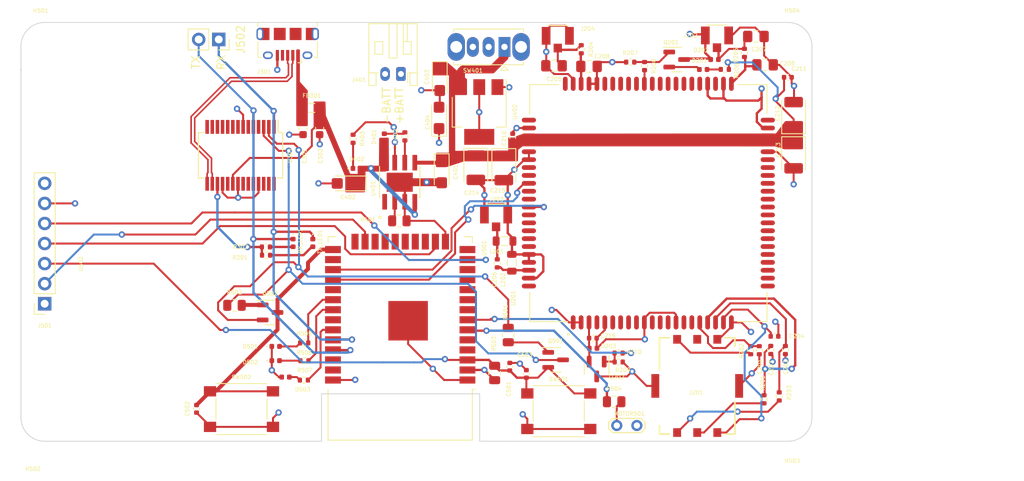
<source format=kicad_pcb>
(kicad_pcb (version 20211014) (generator pcbnew)
  (layers (0 "F.Cu" signal) (1 "In1.Cu" signal "GND") (2 "In2.Cu" signal "PWR") (31 "B.Cu" signal) (34 "B.Paste" user) (35 "F.Paste" user) (36 "B.SilkS" user "B.Silkscreen") (37 "F.SilkS" user "F.Silkscreen") (38 "B.Mask" user) (39 "F.Mask" user) (44 "Edge.Cuts" user))
  (net 0 "")
  (net 1 "Net-(C301-Pad1)")
  (net 2 "GND")
  (net 3 "+5V")
  (net 4 "+3V3")
  (net 5 "VBAT")
  (net 6 "/ESP32/EN")
  (net 7 "/ESP32/IO0")
  (net 8 "Net-(D401-Pad1)")
  (net 9 "Net-(D402-Pad1)")
  (net 10 "/ESP32/TX0")
  (net 11 "/ESP32/RX0")
  (net 12 "/USB_UART/D-")
  (net 13 "/USB_UART/D+")
  (net 16 "Net-(Q501-Pad1)")
  (net 17 "RTS")
  (net 18 "Net-(Q502-Pad1)")
  (net 19 "DTR")
  (net 20 "Net-(R401-Pad2)")
  (net 21 "Net-(R402-Pad1)")
  (net 22 "Net-(R403-Pad1)")
  (net 23 "Net-(C205-Pad1)")
  (net 24 "Net-(C206-Pad1)")
  (net 34 "/GSM_USB/VDD")
  (net 51 "Net-(MOTOR501-Pad1)")
  (net 59 "/GSM_USB/GNSS_ANT")
  (net 65 "Net-(C207-Pad1)")
  (net 68 "/ESP32/TX2")
  (net 71 "/ESP32/RX2")
  (net 77 "/GSM_USB/AUX_ANT")
  (net 78 "/GSM_USB/Main_ANT")
  (net 101 "/ESP32/Motor")
  (net 102 "Net-(C216-Pad1)")
  (net 105 "Net-(D501-Pad2)")
  (net 106 "Net-(D502-Pad2)")
  (net 107 "/ESP32/LED1")
  (net 108 "/ESP32/SCLK")
  (net 110 "/ESP32/MOSI")
  (net 117 "/ESP32/CS")
  (net 125 "/USB_UART/3V3OUT")
  (net 126 "Net-(R301-Pad2)")
  (net 127 "Net-(R302-Pad2)")
  (net 128 "/GSM_USB/URST")
  (net 129 "/GSM_USB/UCLK")
  (net 130 "/GSM_USB/UDATA")
  (net 131 "/ESP32/LED2")
  (net 132 "/ESP32/LED3")
  (net 133 "Net-(D503-Pad2)")
  (net 137 "Net-(J201-PadC2)")
  (net 138 "Net-(J201-PadC3)")
  (net 140 "Net-(J201-PadC7)")
  (net 141 "Net-(R208-Pad2)")
  (net 142 "Net-(D202-Pad1)")
  (net 143 "Net-(D202-Pad2)")
  (net 144 "Net-(Q201-Pad1)")
  (net 145 "Net-(Q202-Pad1)")
  (net 146 "Net-(J401-Pad1)")
  (net 147 "POWER")
  (net 148 "/GSM_USB/RESET")
  (footprint "Resistor_SMD:R_0402_1005Metric" (layer "F.Cu") (at 138.84 47.52 -90)
    (fp_text reference "R208")
    (fp_text value "4.7k")
  )
  (footprint "Package_TO_SOT_SMD:SOT-223-3_TabPin2" (layer "F.Cu") (at 117.94 53.33 -90)
    (fp_text reference "U402")
    (fp_text value "AMS1117-3.3")
  )
  (footprint "Resistor_SMD:R_0805_2012Metric" (layer "F.Cu") (at 87 77.8)
    (fp_text reference "R502")
    (fp_text value "10k")
  )
  (footprint "Footprints:IC_SIM7600E-H" (layer "F.Cu") (at 139.32 64.86 90)
    (fp_text reference "U201")
    (fp_text value "SIM7600E-H")
  )
  (footprint "Resistor_SMD:R_0402_1005Metric" (layer "F.Cu") (at 152.26 83.48 -90)
    (fp_text reference "R202")
    (fp_text value "22R")
  )
  (footprint "Footprints:HRS_U.FL-R-SMT(01)" (layer "F.Cu") (at 127.87 43.69)
    (fp_text reference "J204")
    (fp_text value "U.FL-R-SMT(01)")
  )
  (footprint "Resistor_SMD:R_0402_1005Metric" (layer "F.Cu") (at 95.77 87.26 180)
    (fp_text reference "R507")
    (fp_text value "1k")
  )
  (footprint "Capacitor_Tantalum_SMD:CP_EIA-3528-15_AVX-H" (layer "F.Cu") (at 157.69 58.9225 -90)
    (fp_text reference "C213")
    (fp_text value "100u")
  )
  (footprint "MountingHole:MountingHole_2mm" (layer "F.Cu") (at 62.5 44.5)
    (fp_text reference "H501")
    (fp_text value "MountingHole")
  )
  (footprint "Resistor_SMD:R_0402_1005Metric" (layer "F.Cu") (at 154.8 83.45 -90)
    (fp_text reference "C203")
    (fp_text value "33p")
  )
  (footprint "Capacitor_SMD:C_0402_1005Metric" (layer "F.Cu") (at 121.8 85.57 -90)
    (fp_text reference "C501")
    (fp_text value "100n")
  )
  (footprint "MountingHole:MountingHole_2mm" (layer "F.Cu") (at 157.51 92.49)
    (fp_text reference "H503")
    (fp_text value "MountingHole")
  )
  (footprint "Capacitor_SMD:C_0402_1005Metric" (layer "F.Cu") (at 132.31 81.95)
    (fp_text reference "C216")
    (fp_text value "100n")
  )
  (footprint "Resistor_SMD:R_0402_1005Metric" (layer "F.Cu") (at 137.03 47.02)
    (fp_text reference "R207")
    (fp_text value "47k")
  )
  (footprint "MountingHole:MountingHole_2mm" (layer "F.Cu") (at 157.5 44.5)
    (fp_text reference "H504")
    (fp_text value "MountingHole")
  )
  (footprint "Resistor_SMD:R_0805_2012Metric" (layer "F.Cu") (at 121.61 81.56 -90)
    (fp_text reference "R501")
    (fp_text value "10k")
  )
  (footprint "Resistor_SMD:R_0402_1005Metric" (layer "F.Cu") (at 155.87 89.33 -90)
    (fp_text reference "R203")
    (fp_text value "22R")
  )
  (footprint "Inductor_SMD:L_0805_2012Metric" (layer "F.Cu") (at 122.06 72.41 90)
    (fp_text reference "L202")
    (fp_text value "NC")
  )
  (footprint "Resistor_SMD:R_0402_1005Metric" (layer "F.Cu") (at 95.84 84.81 180)
    (fp_text reference "R506")
    (fp_text value "1k")
  )
  (footprint "Connector_USB:USB_Micro-B_Amphenol_10118194_Horizontal" (layer "F.Cu") (at 93.72 44.755 180)
    (fp_text reference "J301")
    (fp_text value "USB_B_Micro")
  )
  (footprint "LED_SMD:LED_0402_1005Metric" (layer "F.Cu") (at 94.4 69.9 -90)
    (fp_text reference "RX_LED1")
    (fp_text value "LED")
  )
  (footprint "Capacitor_SMD:C_0402_1005Metric" (layer "F.Cu") (at 82.2 90.9 90)
    (fp_text reference "C502")
    (fp_text value "100n")
  )
  (footprint "Footprints:GCT_SIM8050-6-0-14-00-X_REVF" (layer "F.Cu") (at 145.5 88)
    (fp_text reference "J201")
    (fp_text value "SIM8050-6-0-14-00-X_REVF")
  )
  (footprint "Connector_PinSocket_2.54mm:PinSocket_1x07_P2.54mm_Vertical" (layer "F.Cu") (at 63 77.6 180)
    (fp_text reference "J501")
    (fp_text value "Conn_01x07")
  )
  (footprint "Resistor_SMD:R_0402_1005Metric" (layer "F.Cu") (at 153.95 89.69 -90)
    (fp_text reference "R201")
    (fp_text value "22R")
  )
  (footprint "LED_SMD:LED_0402_1005Metric" (layer "F.Cu") (at 96.9 69.9 -90)
    (fp_text reference "TX_LED1")
    (fp_text value "LED")
  )
  (footprint "Resistor_SMD:R_0402_1005Metric" (layer "F.Cu") (at 153.35 83.48 -90)
    (fp_text reference "C201")
    (fp_text value "33p")
  )
  (footprint "Package_TO_SOT_SMD:SOT-23" (layer "F.Cu") (at 142.9 46.69)
    (fp_text reference "Q201")
    (fp_text value "S8550")
  )
  (footprint "Capacitor_SMD:C_0805_2012Metric_Pad1.18x1.45mm_HandSolder" (layer "F.Cu") (at 152.92 43.77)
    (fp_text reference "C207")
    (fp_text value "NC")
  )
  (footprint "Package_TO_SOT_SMD:SOT-23" (layer "F.Cu") (at 127.6 84.7)
    (fp_text reference "Q501")
    (fp_text value "Q_NPN_BCE")
  )
  (footprint "Footprints:3D SPI_2" (layer "F.Cu") (at 68.08 72.55 90)
    (fp_text reference "U502")
    (fp_text value "3D_SPI")
  )
  (footprint "MountingHole:MountingHole_2mm" (layer "F.Cu") (at 62.5 92.5)
    (fp_text reference "H502")
    (fp_text value "MountingHole")
  )
  (footprint "LED_SMD:LED_0402_1005Metric" (layer "F.Cu") (at 93.4475 86.88)
    (fp_text reference "D503")
    (fp_text value "BLUE")
  )
  (footprint "Resistor_SMD:R_0805_2012Metric" (layer "F.Cu") (at 135 90)
    (fp_text reference "R504")
    (fp_text value "220R")
  )
  (footprint "Capacitor_Tantalum_SMD:CP_EIA-3528-15_AVX-H" (layer "F.Cu") (at 121.05 60.4225 -90)
    (fp_text reference "C215")
    (fp_text value "100u")
  )
  (footprint "Capacitor_Tantalum_SMD:CP_EIA-3528-15_AVX-H" (layer "F.Cu") (at 157.69 53.6175 90)
    (fp_text reference "C212")
    (fp_text value "100u")
  )
  (footprint "Capacitor_Tantalum_SMD:CP_EIA-3216-10_Kemet-I" (layer "F.Cu") (at 113.195 60.9375 -90)
    (fp_text reference "C401")
    (fp_text value "10u")
  )
  (footprint "Resistor_SMD:R_0402_1005Metric" (layer "F.Cu") (at 148.99 47.94 180)
    (fp_text reference "R206")
    (fp_text value "1k")
  )
  (footprint "Resistor_SMD:R_0805_2012Metric" (layer "F.Cu") (at 107.84 67.105 180)
    (fp_text reference "R401")
    (fp_text value "3k")
  )
  (footprint "Package_TO_SOT_SMD:SOT-23" (layer "F.Cu") (at 91.5 78.7)
    (fp_text reference "Q502")
    (fp_text value "Q_NPN_BCE")
  )
  (footprint "Package_SO:SSOP-28_5.3x10.2mm_P0.65mm" (layer "F.Cu") (at 87.765 58.815 -90)
    (fp_text reference "U301")
    (fp_text value "FT232RL")
  )
  (footprint "Button_Switch_SMD:SW_SPST_PTS645" (layer "F.Cu") (at 87.884 90.932)
    (fp_text reference "SW502")
    (fp_text value "SW_SPST")
  )
  (footprint "Resistor_SMD:R_0402_1005Metric" (layer "F.Cu") (at 151.47 45.85 -90)
    (fp_text reference "R205")
    (fp_text value "0R")
  )
  (footprint "Capacitor_SMD:C_0402_1005Metric" (layer "F.Cu") (at 155.27 81.72)
    (fp_text reference "C204")
    (fp_text value "100n")
  )
  (footprint "LED_SMD:LED_0402_1005Metric" (layer "F.Cu") (at 105.94 56.57 -90)
    (fp_text reference "D401")
    (fp_text value "Green")
  )
  (footprint "Capacitor_SMD:C_0603_1608Metric" (layer "F.Cu") (at 95.665 55.415 -90)
    (fp_text reference "C301")
    (fp_text value "2.2u")
  )
  (footprint "Capacitor_Tantalum_SMD:CP_EIA-3216-10_Kemet-I" (layer "F.Cu") (at 101.34 62.37 180)
    (fp_text reference "C402")
    (fp_text value "10u")
  )
  (footprint "Inductor_SMD:L_0805_2012Metric" (layer "F.Cu") (at 96.765 52.815)
    (fp_text reference "FB301")
    (fp_text value "FerriteBead")
  )
  (footprint "Inductor_SMD:L_0805_2012Metric" (layer "F.Cu") (at 121.14 69.67)
    (fp_text reference "L201")
    (fp_text value "NC")
  )
  (footprint "Connector_PinSocket_2.54mm:PinSocket_1x02_P2.54mm_Vertical" (layer "F.Cu") (at 85.01 44.15 -90)
    (fp_text reference "J502")
    (fp_text value "Conn_01x02")
  )
  (footprint "LED_SMD:LED_0402_1005Metric" (layer "F.Cu") (at 102.4575 60.47)
    (fp_text reference "D402")
    (fp_text value "RED")
  )
  (footprint "Resistor_SMD:R_0402_1005Metric" (layer "F.Cu") (at 90.99 71.45)
    (fp_text reference "R301")
    (fp_text value "1k")
  )
  (footprint "Package_TO_SOT_SMD:SOT-23" (layer "F.Cu") (at 132.79 85.86 -90)
    (fp_text reference "Q202")
    (fp_text value "S8550")
  )
  (footprint "LED_SMD:LED_0402_1005Metric" (layer "F.Cu") (at 92.2 83)
    (fp_text reference "D501")
    (fp_text value "Green")
  )
  (footprint "Footprints:HRS_U.FL-R-SMT(01)" (layer "F.Cu") (at 148 43.64)
    (fp_text reference "J202")
    (fp_text value "U.FL-R-SMT(01)")
  )
  (footprint "Capacitor_Tantalum_SMD:CP_EIA-3216-10_Kemet-I" (layer "F.Cu") (at 112.86 54.0775 90)
    (fp_text reference "C404")
    (fp_text value "22u")
  )
  (footprint "Footprints:HRS_U.FL-R-SMT(01)" (layer "F.Cu") (at 120.07 66.31)
    (fp_text reference "J203")
    (fp_text value "U.FL-R-SMT(01)")
  )
  (footprint "Button_Switch_THT:SW_Slide_1P2T_CK_OS102011MS2Q" (layer "F.Cu") (at 121.13 45.0925 180)
    (fp_text reference "SW401")
    (fp_text value "SW_SPDT")
  )
  (footprint "Resistor_SMD:R_0402_1005Metric" (layer "F.Cu") (at 130.84 45.39 -90)
    (fp_text reference "R204")
    (fp_text value "0R")
  )
  (footprint "LED_SMD:LED_0402_1005Metric" (layer "F.Cu") (at 92.2 84.8)
    (fp_text reference "D502")
    (fp_text value "RED")
  )
  (footprint "Button_Switch_SMD:SW_SPST_PTS645" (layer "F.Cu") (at 128 91.2)
    (fp_text reference "SW501")
    (fp_text value "SW_SPST")
  )
  (footprint "Capacitor_SMD:C_0402_1005Metric" (layer "F.Cu") (at 123.9 86.48 -90)
    (fp_text reference "C503")
    (fp_text value "100n")
  )
  (footprint "Resistor_SMD:R_0805_2012Metric" (layer "F.Cu") (at 119.888 86.36 90)
    (fp_text reference "R503")
    (fp_text value "10k")
  )
  (footprint "RF_Module:ESP32-WROOM-32" (layer "F.Cu") (at 107.95 78.994 180)
    (fp_text reference "U501")
    (fp_text value "ESP32-WROOM-32")
  )
  (footprint "Diode_SMD:D_0402_1005Metric" (layer "F.Cu") (at 147.69 46.69 180)
    (fp_text reference "D201")
    (fp_text value "D_TVS")
  )
  (footprint "Diode_SMD:D_0402_1005Metric" (layer "F.Cu") (at 132.34 83.24)
    (fp_text reference "D203")
    (fp_text value "D_TVS")
  )
  (footprint "Resistor_SMD:R_0402_1005Metric" (layer "F.Cu") (at 156.65 83.46 -90)
    (fp_text reference "C202")
    (fp_text value "33p")
  )
  (footprint "Capacitor_Tantalum_SMD:CP_EIA-3528-15_AVX-H" (layer "F.Cu") (at 117.51 60.3825 -90)
    (fp_text reference "C214")
    (fp_text value "100u")
  )
  (footprint "Capacitor_SMD:C_0603_1608Metric" (layer "F.Cu") (at 97.765 55.415 -90)
    (fp_text reference "C302")
    (fp_text value "2.2u")
  )
  (footprint "Capacitor_Tantalum_SMD:CP_EIA-3216-10_Kemet-I" (layer "F.Cu") (at 112.95 49.2625 -90)
    (fp_text reference "C403")
    (fp_text value "22u")
  )
  (footprint "Capacitor_SMD:C_0805_2012Metric_Pad1.18x1.45mm_HandSolder" (layer "F.Cu") (at 131.82 47.56)
    (fp_text reference "C208")
    (fp_text value "NC")
  )
  (footprint "Resistor_SMD:R_0402_1005Metric" (layer "F.Cu") (at 95.81 82.56 180)
    (fp_text reference "R505")
    (fp_text value "1k")
  )
  (footprint "Resistor_SMD:R_0402_1005Metric" (layer "F.Cu") (at 135.56 83.84)
    (fp_text reference "R210")
    (fp_text value "4.7k")
  )
  (footprint "Capacitor_SMD:C_0805_2012Metric_Pad1.18x1.45mm_HandSolder" (layer "F.Cu") (at 127.3925 47.48 180)
    (fp_text reference "C205")
    (fp_text value "NC")
  )
  (footprint "Capacitor_SMD:C_0402_1005Metric" (layer "F.Cu") (at 122.17 56.56 90)
    (fp_text reference "C210")
    (fp_text value "100n")
  )
  (footprint "Footprints:SOP127P600X175-9N" (layer "F.Cu") (at 107.89 62.22 90)
    (fp_text reference "U401")
    (fp_text value "TP4056")
  )
  (footprint "Capacitor_SMD:C_0805_2012Metric_Pad1.18x1.45mm_HandSolder" (layer "F.Cu") (at 154.08 47.36)
    (fp_text reference "C209")
    (fp_text value "NC")
  )
  (footprint "Resistor_SMD:R_0402_1005Metric" (layer "F.Cu") (at 120.22 72.49 -90)
    (fp_text reference "C206")
    (fp_text value "33p")
  )
  (footprint "LED_SMD:LED_0402_1005Metric" (layer "F.Cu") (at 146.2575 47.95)
    (fp_text reference "D202")
    (fp_text value "Green")
  )
  (footprint "Resistor_SMD:R_0402_1005Metric" (layer "F.Cu") (at 101.99 56.72 -90)
    (fp_text reference "R403")
    (fp_text value "1k")
  )
  (footprint "Capacitor_SMD:C_0402_1005Metric" (layer "F.Cu") (at 156.96 48.94)
    (fp_text reference "C211")
    (fp_text value "100n")
  )
  (footprint "Resistor_SMD:R_0402_1005Metric" (layer "F.Cu") (at 90.97 70.41)
    (fp_text reference "R302")
    (fp_text value "1k")
  )
  (footprint "TestPoint:TestPoint_2Pads_Pitch2.54mm_Drill0.8mm" (layer "F.Cu") (at 135.33 93.01)
    (fp_text reference "MOTOR501")
    (fp_text value "Conn_01x02")
  )
  (footprint "Resistor_SMD:R_0402_1005Metric" (layer "F.Cu") (at 135.57 84.97 180)
    (fp_text reference "R209")
    (fp_text value "47k")
  )
  (footprint "Connector_JST:JST_PH_S2B-PH-K_1x02_P2.00mm_Horizontal" (layer "F.Cu") (at 108.04 48.52 180)
    (fp_text reference "J401")
    (fp_text value "Conn_01x02")
  )
  (footprint "Resistor_SMD:R_0402_1005Metric" (layer "F.Cu") (at 108.54 56.42 90)
    (fp_text reference "R402")
    (fp_text value "1k")
  )
  (gr_line (start 122 95) (end 122 95) (layer "Edge.Cuts") (width 0.1))
  (gr_line (start 63 95) (end 94 95) (layer "Edge.Cuts") (width 0.1))
  (gr_arc (start 157 42) (mid 159.12132 42.87868) (end 160 45) (layer "Edge.Cuts") (width 0.1))
  (gr_arc (start 60 45) (mid 60.87868 42.87868) (end 63 42) (layer "Edge.Cuts") (width 0.1))
  (gr_line (start 98 89) (end 118 89) (layer "Edge.Cuts") (width 0.1))
  (gr_line (start 118 95) (end 122 95) (layer "Edge.Cuts") (width 0.1))
  (gr_line (start 98 95) (end 98 89) (layer "Edge.Cuts") (width 0.1))
  (gr_line (start 122 95) (end 157 95) (layer "Edge.Cuts") (width 0.1))
  (gr_arc (start 160 92) (mid 159.12132 94.12132) (end 157 95) (layer "Edge.Cuts") (width 0.1))
  (gr_line (start 60 92) (end 60 45) (layer "Edge.Cuts") (width 0.1))
  (gr_arc (start 60 48) (mid 60 48) (end 60 48) (layer "Edge.Cuts") (width 0.1))
  (gr_line (start 160 45) (end 160 92) (layer "Edge.Cuts") (width 0.1))
  (gr_line (start 94 95) (end 98 95) (layer "Edge.Cuts") (width 0.1))
  (gr_line (start 94 95) (end 94 95) (layer "Edge.Cuts") (width 0.1))
  (gr_line (start 118 89) (end 118 95) (layer "Edge.Cuts") (width 0.1))
  (gr_arc (start 63 95) (mid 60.87868 94.12132) (end 60 92) (layer "Edge.Cuts") (width 0.1))
  (gr_line (start 63 42) (end 157 42) (layer "Edge.Cuts") (width 0.1))
  (gr_text "TX\n\nRX\n" (at 83.72 47.05 90) (layer "F.SilkS") (effects (font (size 1 1))))
  (gr_text "-BATT\n+BATT" (at 107.04 52.49 90) (layer "F.SilkS") (effects (font (size 1 1))))
  (segment (start 112.9175 50.58) (end 110.62 50.58) (width 0.25) (layer "F.Cu") (net 2))
  (segment (start 148.82 51.51) (end 148.93 51.62) (width 0.29591) (layer "F.Cu") (net 2))
  (segment (start 89.41 64.17) (end 87.46 64.17) (width 0.25) (layer "F.Cu") (net 2))
  (segment (start 157.74 52.03) (end 157.74 50.03) (width 0.25) (layer "F.Cu") (net 2))
  (segment (start 154.8 83.96) (end 155.03 84.19) (width 0.25) (layer "F.Cu") (net 2))
  (segment (start 138.82 82.04) (end 138.88 82.1) (width 0.25) (layer "F.Cu") (net 2))
  (segment (start 122.17 55.85) (end 122.66 55.36) (width 0.25) (layer "F.Cu") (net 2))
  (segment (start 151.1 79.96) (end 152.3 81.16) (width 0.25) (layer "F.Cu") (net 2))
  (segment (start 152.8375 42.65) (end 153.9575 43.77) (width 0.25) (layer "F.Cu") (net 2))
  (segment (start 125.18 74.36) (end 124.22 74.36) (width 0.29591) (layer "F.Cu") (net 2))
  (segment (start 112.95 50.6125) (end 112.95 52.6375) (width 0.25) (layer "F.Cu") (net 2))
  (segment (start 107.89 62.22) (end 113.09 62.22) (width 1) (layer "F.Cu") (net 2))
  (segment (start 139.11 88) (end 136.08 84.97) (width 0.25) (layer "F.Cu") (net 2))
  (segment (start 91.864 92.076) (end 92.57 91.37) (width 0.25) (layer "F.Cu") (net 2))
  (segment (start 108.7525 67.105) (end 112.281 67.105) (width 0.25) (layer "F.Cu") (net 2))
  (segment (start 138.82 79.96) (end 138.82 82.04) (width 0.25) (layer "F.Cu") (net 2))
  (segment (start 128.821784 42.41498) (end 129.365 42.958196) (width 0.25) (layer "F.Cu") (net 2))
  (segment (start 155.38 79.87) (end 155.76 80.25) (width 0.25) (layer "F.Cu") (net 2))
  (segment (start 108.525 66.895) (end 108.525 64.695) (width 0.25) (layer "F.Cu") (net 2))
  (segment (start 97.765 56.19) (end 97.765 57.395) (width 0.25) (layer "F.Cu") (net 2))
  (segment (start 149.82 79.96) (end 151.1 79.96) (width 0.25) (layer "F.Cu") (net 2))
  (segment (start 121.8 85.09) (end 122.99 85.09) (width 0.25) (layer "F.Cu") (net 2))
  (segment (start 139.49452 78.73548) (end 142.57548 78.73548) (width 0.25) (layer "F.Cu") (net 2))
  (segment (start 127.69 78.38) (end 127.11 78.38) (width 0.25) (layer "F.Cu") (net 2))
  (segment (start 122.08 69.7225) (end 122.3425 69.46) (width 0.29591) (layer "F.Cu") (net 2))
  (segment (start 154.42 58.36) (end 155.59 58.36) (width 0.25) (layer "F.Cu") (net 2))
  (segment (start 153.23 51.89) (end 153.6375 51.4825) (width 0.29591) (layer "F.Cu") (net 2))
  (segment (start 92.42 47.98) (end 92.41 47.99) (width 0.29591) (layer "F.Cu") (net 2))
  (segment (start 157.44 48.93307) (end 157.44 48.94) (width 0.25) (layer "F.Cu") (net 2))
  (segment (start 153.9575 46.2) (end 155.1175 47.36) (width 0.25) (layer "F.Cu") (net 2))
  (segment (start 91.715 83) (end 91.715 84.8) (width 0.25) (layer "F.Cu") (net 2))
  (segment (start 121.7 50.18) (end 121.73 50.21) (width 0.25) (layer "F.Cu") (net 2))
  (segment (start 108.7525 67.105) (end 108.735 67.105) (width 0.25) (layer "F.Cu") (net 2))
  (segment (start 124.22 72.36) (end 124.22 71.36) (width 0.29591) (layer "F.Cu") (net 2))
  (segment (start 147.2275 46.57) (end 143.9575 46.57) (width 0.29591) (layer "F.Cu") (net 2))
  (segment (start 113.665 68.489) (end 113.665 69.739) (width 0.25) (layer "F.Cu") (net 2))
  (segment (start 153.82409 55.36) (end 154.42 55.36) (width 0.29591) (layer "F.Cu") (net 2))
  (segment (start 121.545 66.31) (end 121.545 65.525732) (width 0.29591) (layer "F.Cu") (net 2))
  (segment (start 126.830132 42.74) (end 126.830132 42.5) (width 0.25) (layer "F.Cu") (net 2))
  (segment (start 132.79 81.95) (end 132.79 83.205) (width 0.25) (layer "F.Cu") (net 2))
  (segment (start 149.91 43.64) (end 150.9 42.65) (width 0.25) (layer "F.Cu") (net 2))
  (segment (start 122.375 60.635) (end 121.05 61.96) (width 0.25) (layer "F.Cu") (net 2))
  (segment (start 129.82 79.96) (end 129.27 79.96) (width 0.25) (layer "F.Cu") (net 2))
  (segment (start 124.02 93.45) (end 124.02 92.17) (width 0.25) (layer "F.Cu") (net 2))
  (segment (start 131.98 93.45) (end 124.02 93.45) (width 0.25) (layer "F.Cu") (net 2))
  (segment (start 157.69 60.46) (end 157.69 62.48) (width 0.25) (layer "F.Cu") (net 2))
  (segment (start 108.735 67.105) (end 108.525 66.895) (width 0.25) (layer "F.Cu") (net 2))
  (segment (start 133.3975 47.02) (end 132.8575 47.56) (width 0.25) (layer "F.Cu") (net 2))
  (segment (start 119.105643 65.012025) (end 118.595 65.522668) (width 0.29591) (layer "F.Cu") (net 2))
  (segment (start 149.82 80.51) (end 148.23 82.1) (width 0.25) (layer "F.Cu") (net 2))
  (segment (start 146.525 43.5) (end 146.525 45.8675) (width 0.29591) (layer "F.Cu") (net 2))
  (segment (start 138.82 79.96) (end 138.82 79.41) (width 0.25) (layer "F.Cu") (net 2))
  (segment (start 126.04 71.65) (end 126.04 73.5) (width 0.29591) (layer "F.Cu") (net 2))
  (segment (start 157.69 62.57) (end 157.69 62.48) (width 0.25) (layer "F.Cu") (net 2))
  (segment (start 123.65 59.36) (end 122.375 60.635) (width 0.25) (layer "F.Cu") (net 2))
  (segment (start 132.825 83.24) (end 133.965 82.1) (width 0.25) (layer "F.Cu") (net 2))
  (segment (start 86.12 64.17) (end 87.46 64.17) (width 0.25) (layer "F.Cu") (net 2))
  (segment (start 118.595 65.522668) (end 118.595 66.31) (width 0.29591) (layer "F.Cu") (net 2))
  (segment (start 149.82 79.96) (end 149.82 80.51) (width 0.25) (layer "F.Cu") (net 2))
  (segment (start 142.82 78.98) (end 142.82 79.96) (width 0.25) (layer "F.Cu") (net 2))
  (segment (start 153.6375 51.4825) (end 153.6375 50.3625) (width 0.29591) (layer "F.Cu") (net 2))
  (segment (start 88.09 55.215) (end 88.09 53.69) (width 0.25) (layer "F.Cu") (net 2))
  (segment (start 146.525 43.5) (end 146.525 42.712668) (width 0.29591) (layer "F.Cu") (net 2))
  (segment (start 143.9575 46.57) (end 143.8375 46.69) (width 0.29591) (layer "F.Cu") (net 2))
  (segment (start 108.525 64.695) (end 108.525 63.595) (width 0.25) (layer "F.Cu") (net 2))
  (segment (start 124.22 58.36) (end 124.22 59.36) (width 0.25) (layer "F.Cu") (net 2))
  (segment (start 132.79 86.7975) (end 136.6425 86.7975) (width 0.25) (layer "F.Cu") (net 2))
  (segment (start 121.545 68.6625) (end 121.545 66.31) (width 0.29591) (layer "F.Cu") (net 2))
  (segment (start 122.17 56.08) (end 122.17 55.85) (width 0.25) (layer "F.Cu") (net 2))
  (segment (start 126.830132 42.5) (end 126.915152 42.41498) (width 0.25) (layer "F.Cu") (net 2))
  (segment (start 112.95 52.6375) (end 112.86 52.7275) (width 0.25) (layer "F.Cu") (net 2))
  (segment (start 133.965 82.1) (end 138.88 82.1) (width 0.25) (layer "F.Cu") (net 2))
  (segment (start 129.27 79.96) (end 127.69 78.38) (width 0.25) (layer "F.Cu") (net 2))
  (segment (start 92.9625 86.88) (end 92.5825 86.88) (width 0.25) (layer "F.Cu") (net 2))
  (segment (start 108.54 62.87) (end 107.89 62.22) (width 0.25) (layer "F.Cu") (net 2))
  (segment (start 113.499 87.249) (end 108.95 82.7) (width 0.25) (layer "F.Cu") (net 2))
  (segment (start 153.04 54.57591) (end 153.82409 55.36) (width 0.29591) (layer "F.Cu") (net 2))
  (segment (start 148.23 82.1) (end 148.04 82.1) (width 0.25) (layer "F.Cu") (net 2))
  (segment (start 108.525 63.595) (end 108.54 63.58) (width 0.25) (layer "F.Cu") (net 2))
  (segment (start 146.525 45.8675) (end 147.2275 46.57) (width 0.29591) (layer "F.Cu") (net 2))
  (segment (start 99.99 62.37) (end 97.69 62.37) (width 0.25) (layer "F.Cu") (net 2))
  (segment (start 108.54 63.58) (end 108.54 62.87) (width 0.25) (layer "F.Cu") (net 2))
  (segment (start 91.864 93.182) (end 91.864 92.076) (width 0.25) (layer "F.Cu") (net 2))
  (segment (start 156.65 84.77) (end 156.66 84.78) (width 0.25) (layer "F.Cu") (net 2))
  (segment (start 118.595 63.005) (end 117.51 61.92) (width 0.29591) (layer "F.Cu") (net 2))
  (segment (start 121.545 65.525732) (end 121.031293 65.012025) (width 0.29591) (layer "F.Cu") (net 2))
  (segment (start 131.82 49.76) (end 132.82 49.76) (width 0.29591) (layer "F.Cu") (net 2))
  (segment (start 140.2 88) (end 139.11 88) (width 0.25) (layer "F.Cu") (net 2))
  (segment (start 129.82 49.17) (end 129.82 49.76) (width 0.25) (layer "F.Cu") (net 2))
  (segment (start 112.95 50.6125) (end 112.9175 50.58) (width 0.25) (layer "F.Cu") (net 2))
  (segment (start 142.57548 78.73548) (end 142.82 78.98) (width 0.25) (layer "F.Cu") (net 2))
  (segment (start 132.79 83.205) (end 132.825 83.24) (width 0.25) (layer "F.Cu") (net 2))
  (segment (start 126.355 47.48) (end 126.415 47.42) (width 0.25) (layer "F.Cu") (net 2))
  (segment (start 122.08 71.185) (end 122.08 69.7225) (width 0.29591) (layer "F.Cu") (net 2))
  (segment (start 126.415 43.155132) (end 126.830132 42.74) (width 0.25) (layer "F.Cu") (net 2))
  (segment (start 87.44 64.15) (end 87.46 64.17) (width 0.25) (layer "F.Cu") (net 2))
  (segment (start 116.45 87.249) (end 113.499 87.249) (width 0.25) (layer "F.Cu") (net 2))
  (segment (start 155.59 58.36) (end 157.69 60.46) (width 0.25) (layer "F.Cu") (net 2))
  (segment (start 153.04 53.5) (end 153.04 54.57591) (width 0.29591) (layer "F.Cu") (net 2))
  (segment (start 83.904 93.182) (end 91.864 93.182) (width 0.25) (layer "F.Cu") (net 2))
  (segment (start 90.04 63.54) (end 89.41 64.17) (width 0.25) (layer "F.Cu") (net 2))
  (segment (start 132.82 49.76) (end 132.82 47.5975) (width 0.25) (layer "F.Cu") (net 2))
  (segment (start 155.76 80.25) (end 155.76 81.71) (width 0.25) (layer "F.Cu") (net 2))
  (segment (start 153.6375 52.9025) (end 153.04 53.5) (width 0.29591) (layer "F.Cu") (net 2))
  (segment (start 150.9 42.65) (end 152.8375 42.65) (width 0.25) (layer "F.Cu") (net 2))
  (segment (start 138.82 79.41) (end 139.49452 78.73548) (width 0.25) (layer "F.Cu") (net 2))
  (segment (start 121.545 66.31) (end 121.545 63.845) (width 0.29591) (layer "F.Cu") (net 2))
  (segment (start 126.915152 42.41498) (end 128.821784 42.41498) (width 0.25) (layer "F.Cu") (net 2))
  (segment (start 147.18 51.62) (end 148.93 51.62) (width 0.29591) (layer "F.Cu") (net 2))
  (segment (start 157.44 48.94) (end 157.44 49.73) (width 0.25) (layer "F.Cu") (net 2))
  (segment (start 126.415 45.705) (end 126.415 43.155132) (width 0.25) (layer "F.Cu") (net 2))
  (segment (start 149.2 51.89) (end 153.23 51.89) (width 0.29591) (layer "F.Cu") (net 2))
  (segment (start 149.475 43.64) (end 149.91 43.64) (width 0.25) (layer "F.Cu") (net 2))
  (segment (start 155.1175 47.36) (end 155.86693 47.36) (width 0.25) (layer "F.Cu") (net 2))
  (segment (start 85.49 62.415) (end 85.49 63.54) (width 0.25) (layer "F.Cu") (net 2))
  (segment (start 99.45 87.249) (end 102.231 87.249) (width 0.25) (layer "F.Cu") (net 2))
  (segment (start 148.93 51.62) (end 149.2 51.89) (width 0.29591) (layer "F.Cu") (net 2))
  (segment (start 126.415 47.42) (end 126.415 45.705) (width 0.25) (layer "F.Cu") (net 2))
  (segment (start 153.35 84.16) (end 153.35 85.45) (width 0.25) (layer "F.Cu") (net 2))
  (segment (start 153.9575 43.77) (end 153.9575 46.2) (width 0.25) (layer "F.Cu") (net 2))
  (segment (start 148.82 49.76) (end 148.82 51.51) (width 0.29591) (layer "F.Cu") (net 2))
  (segment (start 129.17952 48.52952) (end 127.40452 48.52952) (width 0.25) (layer "F.Cu") (net 2))
  (segment (start 88.09 53.69) (end 87.32 52.92) (width 0.25) (layer "F.Cu") (net 2))
  (segment (start 121.545 62.455) (end 121.545 63.845) (width 0.29591) (layer "F.Cu") (net 2))
  (segment (start 108.95 82.7) (end 108.95 79.749) (width 0.25) (layer "F.Cu") (net 2))
  (segment (start 97.66 62.32) (end 97.62 62.36) (width 0.25) (layer "F.Cu") (net 2))
  (segment (start 122.3425 69.46) (end 121.545 68.6625) (width 0.29591) (layer "F.Cu") (net 2))
  (segment (start 155.03 84.19) (end 155.03 84.94) (width 0.25) (layer "F.Cu") (net 2))
  (segment (start 146.82 49.76) (end 146.82 51.26) (width 0.29591) (layer "F.Cu") (net 2))
  (segment (start 97.765 57.395) (end 97.78 57.41) (width 0.25) (layer "F.Cu") (net 2))
  (segment (start 126.04 73.5) (end 125.18 74.36) (width 0.29591) (layer "F.Cu") (net 2))
  (segment (start 95.665 56.19) (end 93.93 56.19) (width 0.25) (layer "F.Cu") (net 2))
  (segment (start 112.281 67.105) (end 113.665 68.489) (width 0.25) (layer "F.Cu") (net 2))
  (segment (start 121.031293 65.012025) (end 119.105643 65.012025) (width 0.29591) (layer "F.Cu") (net 2))
  (segment (start 149.475 42.715732) (end 149.475 43.5) (width 0.29591) (layer "F.Cu") (net 2))
  (segment (start 90.04 62.415) (end 90.04 63.54) (width 0.25) (layer "F.Cu") (net 2))
  (segment (start 146.82 51.26) (end 147.18 51.62) (width 0.29591) (layer "F.Cu") (net 2))
  (segment (start 157.69 52.08) (end 157.74 52.03) (width 0.25) (layer "F.Cu") (net 2))
  (segment (start 136.6425 86.7975) (end 137.275 86.165) (width 0.25) (layer "F.Cu") (net 2))
  (segment (start 127.40452 48.52952) (end 126.355 47.48) (width 0.25) (layer "F.Cu") (net 2))
  (segment (start 132.79 81.95) (end 133.82 80.92) (width 0.25) (layer "F.Cu") (net 2))
  (segment (start 129.365 42.958196) (end 129.365 43.91) (width 0.25) (layer "F.Cu") (net 2))
  (segment (start 124.02 92.17) (end 123.44 91.59) (width 0.25) (layer "F.Cu") (net 2))
  (segment (start 155.86693 47.36) (end 157.44 48.93307) (width 0.25) (layer "F.Cu") (net 2))
  (segment (start 122.255 71.36) (end 122.08 71.185) (width 0.29591) (layer "F.Cu") (net 2))
  (segment (start 153.35 85.45) (end 150.8 88) (width 0.25) (layer "F.Cu") (net 2))
  (segment (start 153.18 83.99) (end 153.35 84.16) (width 0.25) (layer "F.Cu") (net 2))
  (segment (start 120.24 50.18) (end 121.7 50.18) (width 0.25) (layer "F.Cu") (net 2))
  (segment (start 85.49 63.54) (end 86.12 64.17) (width 0.25) (layer "F.Cu") (net 2))
  (segment (start 122.99 85.09) (end 123.9 86) (width 0.25) (layer "F.Cu") (net 2))
  (segment (start 82.2 91.38) (end 84.27 93.45) (width 0.25) (layer "F.Cu") (net 2))
  (segment (start 144.61 43.5) (end 144.56 43.45) (width 0.29591) (layer "F.Cu") (net 2))
  (segment (start 133.82 80.92) (end 133.82 79.96) (width 0.25) (layer "F.Cu") (net 2))
  (segment (start 117.55 61.96) (end 117.51 61.92) (width 0.25) (layer "F.Cu") (net 2))
  (segment (start 121.05 61.96) (end 121.545 62.455) (width 0.29591) (layer "F.Cu") (net 2))
  (segment (start 124.22 59.36) (end 123.65 59.36) (width 0.25) (layer "F.Cu") (net 2))
  (segment (start 121.05 61.96) (end 117.55 61.96) (width 0.25) (layer "F.Cu") (net 2))
  (segment (start 87.44 62.415) (end 87.44 64.15) (width 0.25) (layer "F.Cu") (net 2))
  (segment (start 102.231 87.249) (end 102.26 87.22) (width 0.25) (layer "F.Cu") (net 2))
  (segment (start 153.6375 51.4825) (end 153.6375 52.9025) (width 0.29591) (layer "F.Cu") (net 2))
  (segment (start 129.17952 48.52952) (end 129.82 49.17) (width 0.25) (layer "F.Cu") (net 2))
  (segment (start 129.82 50.36) (end 129.82 49.76) (width 0.25) (layer "F.Cu") (net 2))
  (segment (start 155.76 81.71) (end 155.75 81.72) (width 0.25) (layer "F.Cu") (net 2))
  (segment (start 125.75 71.36) (end 126.04 71.65) (width 0.29591) (layer "F.Cu") (net 2))
  (segment (start 146.525 43.5) (end 144.61 43.5) (width 0.29591) (layer "F.Cu") (net 2))
  (segment (start 124.22 55.36) (end 122.66 55.36) (width 0.25) (layer "F.Cu") (net 2))
  (segment (start 156.65 83.97) (end 156.65 84.77) (width 0.25) (layer "F.Cu") (net 2))
  (segment (start 130.82 79.96) (end 129.82 79.96) (width 0.25) (layer "F.Cu") (net 2))
  (segment (start 91.715 84.8) (end 91.715 86.0125) (width 0.25) (layer "F.Cu") (net 2))
  (segment (start 118.595 66.31) (end 118.595 63.005) (width 0.29591) (layer "F.Cu") (net 2))
  (segment (start 92.42 46.155) (end 92.42 47.98) (width 0.29591) (layer "F.Cu") (net 2))
  (segment (start 157.44 49.73) (end 157.74 50.03) (width 0.25) (layer "F.Cu") (net 2))
  (segment (start 124.22 71.36) (end 122.255 71.36) (width 0.29591) (layer "F.Cu") (net 2))
  (segment (start 124.22 71.36) (end 125.75 71.36) (width 0.29591) (layer "F.Cu") (net 2))
  (segment (start 93.93 56.19) (end 93.92 56.2) (width 0.25) (layer "F.Cu") (net 2))
  (segment (start 132.82 47.5975) (end 132.8575 47.56) (width 0.25) (layer "F.Cu") (net 2))
  (segment (start 136.52 47.02) (end 133.3975 47.02) (width 0.25) (layer "F.Cu") (net 2))
  (segment (start 92.5825 86.88) (end 91.715 86.0125) (width 0.25) (layer "F.Cu") (net 2))
  (via (at 127.11 78.38) (size 0.8) (drill 0.4) (layers "F.Cu" "B.Cu") (net 2))
  (via (at 134.76 47.02) (size 0.8) (drill 0.4) (layers "F.Cu" "B.Cu") (net 2))
  (via (at 123.44 91.59) (size 0.8) (drill 0.4) (layers "F.Cu" "B.Cu") (net 2))
  (via (at 144.56 43.45) (size 0.8) (drill 0.4) (layers "F.Cu" "B.Cu") (net 2))
  (via (at 152.3 81.16) (size 0.8) (drill 0.4) (layers "F.Cu" "B.Cu") (net 2))
  (via (at 137.275 86.165) (size 0.8) (drill 0.4) (layers "F.Cu" "B.Cu") (net 2))
  (via (at 121.73 50.21) (size 0.8) (drill 0.4) (layers "F.Cu" "B.Cu") (net 2))
  (via (at 155.38 79.87) (size 0.8) (drill 0.4) (layers "F.Cu" "B.Cu") (net 2))
  (via (at 123.08 85.18) (size 0.8) (drill 0.4) (layers "F.Cu" "B.Cu") (net 2))
  (via (at 92.41 47.99) (size 0.8) (drill 0.4) (layers "F.Cu" "B.Cu") (net 2))
  (via (at 121.545 63.845) (size 0.8) (drill 0.4) (layers "F.Cu" "B.Cu") (net 2))
  (via (at 155.03 84.94) (size 0.8) (drill 0.4) (layers "F.Cu" "B.Cu") (net 2))
  (via (at 111.29 62.22) (size 0.8) (drill 0.4) (layers "F.Cu" "B.Cu") (net 2))
  (via (at 152.395 86.405) (size 0.8) (drill 0.4) (layers "F.Cu" "B.Cu") (net 2))
  (via (at 87.32 52.92) (size 0.8) (drill 0.4) (layers "F.Cu" "B.Cu") (net 2))
  (via (at 97.62 62.36) (size 0.8) (drill 0.4) (layers "F.Cu" "B.Cu") (net 2))
  (via (at 102.26 87.22) (size 0.8) (drill 0.4) (layers "F.Cu" "B.Cu") (net 2))
  (via (at 118.595 63.855) (size 0.8) (drill 0.4) (layers "F.Cu" "B.Cu") (net 2))
  (via (at 157.74 50.03) (size 0.8) (drill 0.4) (layers "F.Cu" "B.Cu") (net 2))
  (via (at 110.62 50.58) (size 0.8) (drill 0.4) (layers "F.Cu" "B.Cu") (net 2))
  (via (at 97.78 57.41) (size 0.8) (drill 0.4) (layers "F.Cu" "B.Cu") (net 2))
  (via (at 87.46 64.17) (size 0.8) (drill 0.4) (layers "F.Cu" "B.Cu") (net 2))
  (via (at 157.69 62.48) (size 0.8) (drill 0.4) (layers "F.Cu" "B.Cu") (net 2))
  (via (at 126.415 45.705) (size 0.8) (drill 0.4) (layers "F.Cu" "B.Cu") (net 2))
  (via (at 91.715 86.0125) (size 0.8) (drill 0.4) (layers "F.Cu" "B.Cu") (net 2))
  (via (at 156.66 84.78) (size 0.8) (drill 0.4) (layers "F.Cu" "B.Cu") (net 2))
  (via (at 153.6375 50.3625) (size 0.8) (drill 0.4) (layers "F.Cu" "B.Cu") (net 2))
  (via (at 122.66 55.36) (size 0.8) (drill 0.4) (layers "F.Cu" "B.Cu") (net 2))
  (via (at 138.88 82.1) (size 0.8) (drill 0.4) (layers "F.Cu" "B.Cu") (net 2))
  (via (at 112.075 85.825) (size 0.8) (drill 0.4) (layers "F.Cu" "B.Cu") (net 2))
  (via (at 93.92 56.2) (size 0.8) (drill 0.4) (layers "F.Cu" "B.Cu") (net 2))
  (via (at 92.57 91.37) (size 0.8) (drill 0.4) (layers "F.Cu" "B.Cu") (net 2))
  (via (at 122.375 60.635) (size 0.8) (drill 0.4) (layers "F.Cu" "B.Cu") (net 2))
  (segment (start 95.265 59.145) (end 88.935 59.145) (width 0.25) (layer "F.Cu") (net 3))
  (segment (start 109.795 64.695) (end 109.8 64.7) (width 0.25) (layer "F.Cu") (net 3))
  (segment (start 88.935 59.145) (end 86.79 61.29) (width 0.25) (layer "F.Cu") (net 3))
  (segment (start 86.79 61.29) (end 86.79 62.415) (width 0.25) (layer "F.Cu") (net 3))
  (segment (start 109.8 64.7) (end 109.8 66.32) (width 0.5) (layer "F.Cu") (net 3))
  (segment (start 96.775 55.63) (end 96.775 57.635) (width 0.25) (layer "F.Cu") (net 3))
  (segment (start 96.775 57.635) (end 95.265 59.145) (width 0.25) (layer "F.Cu") (net 3))
  (segment (start 97.765 54.64) (end 96.775 55.63) (width 0.25) (layer "F.Cu") (net 3))
  (via (at 104.25 60.46) (size 0.8) (drill 0.4) (layers "F.Cu" "B.Cu") (net 3))
  (via (at 109.8 66.32) (size 0.8) (drill 0.4) (layers "F.Cu" "B.Cu") (net 3))
  (segment (start 109.8 66.32) (end 104.25 60.77) (width 0.5) (layer "B.Cu") (net 3))
  (segment (start 104.25 60.77) (end 104.25 60.46) (width 0.5) (layer "B.Cu") (net 3))
  (segment (start 112.85 57.23) (end 112.86 57.22) (width 0.25) (layer "F.Cu") (net 4))
  (segment (start 117.94 56.48) (end 117.94 50.18) (width 0.25) (layer "F.Cu") (net 4))
  (segment (start 112.86 55.4275) (end 112.86 57.22) (width 0.25) (layer "F.Cu") (net 4))
  (segment (start 118.5945 85.979) (end 116.45 85.979) (width 0.29591) (layer "F.Cu") (net 4))
  (segment (start 119.888 87.2725) (end 118.5945 85.979) (width 0.29591) (layer "F.Cu") (net 4))
  (segment (start 63 64.9) (end 66.84 64.9) (width 0.25) (layer "F.Cu") (net 4))
  (via (at 118.5945 85.979) (size 0.8) (drill 0.4) (layers "F.Cu" "B.Cu") (net 4))
  (via (at 66.84 64.9) (size 0.8) (drill 0.4) (layers "F.Cu" "B.Cu") (net 4))
  (via (at 117.94 53.35) (size 0.8) (drill 0.4) (layers "F.Cu" "B.Cu") (net 4))
  (via (at 112.86 57.22) (size 0.8) (drill 0.4) (layers "F.Cu" "B.Cu") (net 4))
  (segment (start 149.5 47.94) (end 149.5 47.36) (width 0.25) (layer "F.Cu") (net 5))
  (segment (start 157.69 54.229993) (end 157.69 55.155) (width 0.25) (layer "F.Cu") (net 5))
  (segment (start 149.37 47.23) (end 149.37 47.05) (width 0.25) (layer "F.Cu") (net 5))
  (segment (start 149.41 47.27) (end 149.37 47.23) (width 0.25) (layer "F.Cu") (net 5))
  (segment (start 157.665 57.36) (end 157.69 57.385) (width 0.25) (layer "F.Cu") (net 5))
  (segment (start 119.56 47.95) (end 115.87 47.95) (width 1) (layer "F.Cu") (net 5))
  (segment (start 112.865 59.745) (end 113.09 59.52) (width 0.5) (layer "F.Cu") (net 5))
  (segment (start 121.13 46.38) (end 119.56 47.95) (width 1) (layer "F.Cu") (net 5))
  (segment (start 149.5 47.36) (end 149.41 47.27) (width 0.25) (layer "F.Cu") (net 5))
  (segment (start 156.48 50.59) (end 155.42 51.65) (width 0.25) (layer "F.Cu") (net 5))
  (segment (start 115.64 48.18) (end 115.64 50.18) (width 1) (layer "F.Cu") (net 5))
  (segment (start 121.13 45.0925) (end 121.13 46.38) (width 1) (layer "F.Cu") (net 5))
  (segment (start 155.42 51.959993) (end 157.69 54.229993) (width 0.25) (layer "F.Cu") (net 5))
  (segment (start 109.795 59.745) (end 112.865 59.745) (width 0.5) (layer "F.Cu") (net 5))
  (segment (start 156.48 48.94) (end 156.48 50.59) (width 0.25) (layer "F.Cu") (net 5))
  (segment (start 115.87 47.95) (end 115.64 48.18) (width 1) (layer "F.Cu") (net 5))
  (via (at 155.42 51.65) (size 0.8) (drill 0.4) (layers "F.Cu" "B.Cu") (net 5))
  (via (at 149.37 47.05) (size 0.8) (drill 0.4) (layers "F.Cu" "B.Cu") (net 5))
  (segment (start 155.67 50.23) (end 155.67 51.09) (width 0.25) (layer "B.Cu") (net 5))
  (segment (start 155.42 51.34) (end 155.42 51.65) (width 0.25) (layer "B.Cu") (net 5))
  (segment (start 152.49 47.05) (end 155.67 50.23) (width 0.25) (layer "B.Cu") (net 5))
  (segment (start 149.37 47.05) (end 152.49 47.05) (width 0.25) (layer "B.Cu") (net 5))
  (segment (start 155.67 51.09) (end 155.42 51.34) (width 0.25) (layer "B.Cu") (net 5))
  (segment (start 126.6625 85.65) (end 129.9625 88.95) (width 0.25) (layer "F.Cu") (net 6))
  (segment (start 121.8 86.05) (end 122.71 86.96) (width 0.29591) (layer "F.Cu") (net 6))
  (segment (start 85.12 80.86) (end 85.18 80.92) (width 0.25) (layer "F.Cu") (net 6))
  (segment (start 129.9625 88.95) (end 131.98 88.95) (width 0.25) (layer "F.Cu") (net 6))
  (segment (start 123.99 88.98) (end 124.02 88.95) (width 0.25) (layer "F.Cu") (net 6))
  (segment (start 85.18 80.92) (end 85.91 80.92) (width 0.25) (layer "F.Cu") (net 6))
  (segment (start 126.6625 85.65) (end 125.3525 86.96) (width 0.25) (layer "F.Cu") (net 6))
  (segment (start 119.888 85.4475) (end 119.1495 84.709) (width 0.29591) (layer "F.Cu") (net 6))
  (segment (start 122.71 86.96) (end 123.9 86.96) (width 0.29591) (layer "F.Cu") (net 6))
  (segment (start 63 72.52) (end 76.78 72.52) (width 0.25) (layer "F.Cu") (net 6))
  (segment (start 123.9 88.83) (end 124.02 88.95) (width 0.25) (layer "F.Cu") (net 6))
  (segment (start 113.699 84.709) (end 116.45 84.709) (width 0.25) (layer "F.Cu") (net 6))
  (segment (start 76.78 72.52) (end 85.12 80.86) (width 0.25) (layer "F.Cu") (net 6))
  (segment (start 120.4905 86.05) (end 121.8 86.05) (width 0.29591) (layer "F.Cu") (net 6))
  (segment (start 119.1495 84.709) (end 116.45 84.709) (width 0.29591) (layer "F.Cu") (net 6))
  (segment (start 125.3525 86.96) (end 123.9 86.96) (width 0.25) (layer "F.Cu") (net 6))
  (segment (start 113.6 84.61) (end 113.699 84.709) (width 0.25) (layer "F.Cu") (net 6))
  (segment (start 119.888 85.4475) (end 120.4905 86.05) (width 0.29591) (layer "F.Cu") (net 6))
  (segment (start 123.9 86.96) (end 123.9 88.83) (width 0.25) (layer "F.Cu") (net 6))
  (via (at 85.91 80.92) (size 0.8) (drill 0.4) (layers "F.Cu" "B.Cu") (net 6))
  (via (at 113.6 84.61) (size 0.8) (drill 0.4) (layers "F.Cu" "B.Cu") (net 6))
  (segment (start 110.67 85.02) (end 111.08 84.61) (width 0.25) (layer "B.Cu") (net 6))
  (segment (start 91.51 80.92) (end 85.91 80.92) (width 0.25) (layer "B.Cu") (net 6))
  (segment (start 111.08 84.61) (end 113.6 84.61) (width 0.25) (layer "B.Cu") (net 6))
  (segment (start 105.76 85.02) (end 95.61 85.02) (width 0.25) (layer "B.Cu") (net 6))
  (segment (start 95.61 85.02) (end 91.51 80.92) (width 0.25) (layer "B.Cu") (net 6))
  (segment (start 109.68 85.02) (end 110.67 85.02) (width 0.25) (layer "B.Cu") (net 6))
  (segment (start 105.76 85.02) (end 109.68 85.02) (width 0.25) (layer "B.Cu") (net 6))
  (segment (start 92.4375 78.7) (end 92.4375 77.0425) (width 0.5) (layer "F.Cu") (net 7))
  (segment (start 96.29 73.19) (end 96.29 72.399) (width 0.5) (layer "F.Cu") (net 7))
  (segment (start 91.28 82.04) (end 84.72 88.6) (width 0.5) (layer "F.Cu") (net 7))
  (segment (start 96.29 72.399) (end 97.95 70.739) (width 0.5) (layer "F.Cu") (net 7))
  (segment (start 92.4375 80.8825) (end 91.28 82.04) (width 0.5) (layer "F.Cu") (net 7))
  (segment (start 83.904 88.682) (end 91.864 88.682) (width 0.25) (layer "F.Cu") (net 7))
  (segment (start 97.95 70.739) (end 99.45 70.739) (width 0.5) (layer "F.Cu") (net 7))
  (segment (start 92.4375 77.0425) (end 96.29 73.19) (width 0.5) (layer "F.Cu") (net 7))
  (segment (start 92.4375 78.7) (end 92.4375 80.8825) (width 0.5) (layer "F.Cu") (net 7))
  (segment (start 83.67 88.95) (end 82.2 90.42) (width 0.5) (layer "F.Cu") (net 7))
  (segment (start 108.365 56.085) (end 105.94 56.085) (width 0.25) (layer "F.Cu") (net 8))
  (segment (start 108.54 55.91) (end 108.365 56.085) (width 0.25) (layer "F.Cu") (net 8))
  (segment (start 101.99 57.23) (end 101.99 60.4525) (width 0.25) (layer "F.Cu") (net 9))
  (segment (start 101.99 60.4525) (end 101.9725 60.47) (width 0.25) (layer "F.Cu") (net 9))
  (segment (start 89.39 53.15) (end 89.4 53.14) (width 0.29591) (layer "F.Cu") (net 10))
  (segment (start 101.64 83.47) (end 99.481 83.47) (width 0.29591) (layer "F.Cu") (net 10))
  (segment (start 89.39 55.215) (end 89.39 53.15) (width 0.29591) (layer "F.Cu") (net 10))
  (segment (start 94.4 69.415) (end 89.385 69.415) (width 0.29591) (layer "F.Cu") (net 10))
  (segment (start 99.481 83.47) (end 99.45 83.439) (width 0.29591) (layer "F.Cu") (net 10))
  (segment (start 89.385 69.415) (end 89.38 69.41) (width 0.29591) (layer "F.Cu") (net 10))
  (via (at 89.4 53.14) (size 0.8) (drill 0.4) (layers "F.Cu" "B.Cu") (net 10))
  (via (at 101.64 83.47) (size 0.8) (drill 0.4) (layers "F.Cu" "B.Cu") (net 10))
  (via (at 89.38 69.41) (size 0.8) (drill 0.4) (layers "F.Cu" "B.Cu") (net 10))
  (segment (start 82.47 46.21) (end 89.4 53.14) (width 0.25) (layer "B.Cu") (net 10))
  (segment (start 96.97 83.78) (end 101.33 83.78) (width 0.29591) (layer "B.Cu") (net 10))
  (segment (start 101.33 83.78) (end 101.64 83.47) (width 0.29591) (layer "B.Cu") (net 10))
  (segment (start 89.4 53.14) (end 89.4 76.21) (width 0.29591) (layer "B.Cu") (net 10))
  (segment (start 82.47 44.15) (end 82.47 46.21) (width 0.25) (layer "B.Cu") (net 10))
  (segment (start 89.4 76.21) (end 96.97 83.78) (width 0.29591) (layer "B.Cu") (net 10))
  (segment (start 96.9 69.415) (end 96.9 68.88) (width 0.29591) (layer "F.Cu") (net 11))
  (segment (start 91.96 68.49) (end 91.95 68.5) (width 0.29591) (layer "F.Cu") (net 11))
  (segment (start 96.9 68.88) (end 96.51 68.49) (width 0.29591) (layer "F.Cu") (net 11))
  (segment (start 99.489 82.13) (end 99.45 82.169) (width 0.29591) (layer "F.Cu") (net 11))
  (segment (start 91.99 53.24) (end 91.95 53.2) (width 0.29591) (layer "F.Cu") (net 11))
  (segment (start 96.51 68.49) (end 91.96 68.49) (width 0.29591) (layer "F.Cu") (net 11))
  (segment (start 91.99 55.215) (end 91.99 53.24) (width 0.29591) (layer "F.Cu") (net 11))
  (segment (start 101.85 82.13) (end 99.489 82.13) (width 0.29591) (layer "F.Cu") (net 11))
  (via (at 101.85 82.13) (size 0.8) (drill 0.4) (layers "F.Cu" "B.Cu") (net 11))
  (via (at 91.95 68.5) (size 0.8) (drill 0.4) (layers "F.Cu" "B.Cu") (net 11))
  (via (at 91.95 53.2) (size 0.8) (drill 0.4) (layers "F.Cu" "B.Cu") (net 11))
  (segment (start 91.95 53.2) (end 91.95 68.5) (width 0.29591) (layer "B.Cu") (net 11))
  (segment (start 91.95 53.2) (end 85.01 46.26) (width 0.29591) (layer "B.Cu") (net 11))
  (segment (start 85.01 46.26) (end 85.01 44.15) (width 0.29591) (layer "B.Cu") (net 11))
  (segment (start 91.95 76.2) (end 97.88 82.13) (width 0.29591) (layer "B.Cu") (net 11))
  (segment (start 97.88 82.13) (end 101.85 82.13) (width 0.29591) (layer "B.Cu") (net 11))
  (segment (start 91.95 68.5) (end 91.95 76.2) (width 0.29591) (layer "B.Cu") (net 11))
  (segment (start 94.37 47.167501) (end 94.37 46.155) (width 0.2) (layer "F.Cu") (net 12))
  (segment (start 84.19 61.102499) (end 84.09 61.002499) (width 0.2) (layer "F.Cu") (net 12))
  (segment (start 84.19 62.415) (end 84.19 61.102499) (width 0.2) (layer "F.Cu") (net 12))
  (segment (start 86.6132 49.445) (end 93.6632 49.445) (width 0.2) (layer "F.Cu") (net 12))
  (segment (start 84.09 61.002499) (end 84.09 59.1818) (width 0.2) (layer "F.Cu") (net 12))
  (segment (start 81.965 57.0568) (end 81.965 54.0932) (width 0.2) (layer "F.Cu") (net 12))
  (segment (start 94.27 47.267501) (end 94.37 47.167501) (width 0.2) (layer "F.Cu") (net 12))
  (segment (start 84.09 59.1818) (end 81.965 57.0568) (width 0.2) (layer "F.Cu") (net 12))
  (segment (start 81.965 54.0932) (end 86.6132 49.445) (width 0.2) (layer "F.Cu") (net 12))
  (segment (start 94.27 48.8382) (end 94.27 47.267501) (width 0.2) (layer "F.Cu") (net 12))
  (segment (start 93.6632 49.445) (end 94.27 48.8382) (width 0.2) (layer "F.Cu") (net 12))
  (segment (start 93.72 47.167501) (end 93.72 46.155) (width 0.2) (layer "F.Cu") (net 13))
  (segment (start 81.515 57.2432) (end 81.515 53.9068) (width 0.2) (layer "F.Cu") (net 13))
  (segment (start 93.4768 48.995) (end 93.82 48.6518) (width 0.2) (layer "F.Cu") (net 13))
  (segment (start 93.82 48.6518) (end 93.82 47.267501) (width 0.2) (layer "F.Cu") (net 13))
  (segment (start 83.54 62.415) (end 83.54 61.102499) (width 0.2) (layer "F.Cu") (net 13))
  (segment (start 83.64 61.002499) (end 83.64 59.3682) (width 0.2) (layer "F.Cu") (net 13))
  (segment (start 93.82 47.267501) (end 93.72 47.167501) (width 0.2) (layer "F.Cu") (net 13))
  (segment (start 81.515 53.9068) (end 86.4268 48.995) (width 0.2) (layer "F.Cu") (net 13))
  (segment (start 83.64 59.3682) (end 81.515 57.2432) (width 0.2) (layer "F.Cu") (net 13))
  (segment (start 83.54 61.102499) (end 83.64 61.002499) (width 0.2) (layer "F.Cu") (net 13))
  (segment (start 86.4268 48.995) (end 93.4768 48.995) (width 0.2) (layer "F.Cu") (net 13))
  (segment (start 126.6625 83.75) (end 125.405 82.4925) (width 0.25) (layer "F.Cu") (net 16))
  (segment (start 125.405 82.4925) (end 121.63 82.4925) (width 0.25) (layer "F.Cu") (net 16))
  (segment (start 121.63 82.4925) (end 121.61 82.4725) (width 0.25) (layer "F.Cu") (net 16))
  (segment (start 90.69 56.34) (end 90.69 55.215) (width 0.25) (layer "F.Cu") (net 17))
  (segment (start 92.595 58.245) (end 90.69 56.34) (width 0.25) (layer "F.Cu") (net 17))
  (segment (start 90.710489 76.439511) (end 87.447989 76.439511) (width 0.25) (layer "F.Cu") (net 17))
  (segment (start 93.85 73.3) (end 90.710489 76.439511) (width 0.25) (layer "F.Cu") (net 17))
  (segment (start 93.845 58.245) (end 92.595 58.245) (width 0.25) (layer "F.Cu") (net 17))
  (segment (start 125.1 84.72) (end 128.5175 84.72) (width 0.25) (layer "F.Cu") (net 17))
  (segment (start 87.447989 76.439511) (end 86.0875 77.8) (width 0.25) (layer "F.Cu") (net 17))
  (segment (start 128.5175 84.72) (end 128.5375 84.7) (width 0.25) (layer "F.Cu") (net 17))
  (via (at 93.85 73.3) (size 0.8) (drill 0.4) (layers "F.Cu" "B.Cu") (net 17))
  (via (at 93.845 58.245) (size 0.8) (drill 0.4) (layers "F.Cu" "B.Cu") (net 17))
  (via (at 125.1 84.72) (size 0.8) (drill 0.4) (layers "F.Cu" "B.Cu") (net 17))
  (segment (start 117.53 76.08) (end 117.53 82.33) (width 0.25) (layer "B.Cu") (net 17))
  (segment (start 93.845 60.265) (end 93.845 58.245) (width 0.25) (layer "B.Cu") (net 17))
  (segment (start 119.09 83.89) (end 124.27 83.89) (width 0.25) (layer "B.Cu") (net 17))
  (segment (start 95.62 75.07) (end 116.52 75.07) (width 0.25) (layer "B.Cu") (net 17))
  (segment (start 117.53 82.33) (end 119.09 83.89) (width 0.25) (layer "B.Cu") (net 17))
  (segment (start 116.52 75.07) (end 117.53 76.08) (width 0.25) (layer "B.Cu") (net 17))
  (segment (start 124.27 83.89) (end 125.1 84.72) (width 0.25) (layer "B.Cu") (net 17))
  (segment (start 93.85 73.3) (end 95.62 75.07) (width 0.25) (layer "B.Cu") (net 17))
  (segment (start 93.845 60.265) (end 93.85 60.27) (width 0.25) (layer "B.Cu") (net 17))
  (segment (start 93.85 60.27) (end 93.85 73.3) (width 0.25) (layer "B.Cu") (net 17))
  (segment (start 93.865 60.285) (end 93.845 60.265) (width 0.25) (layer "B.Cu") (net 17))
  (segment (start 90.5625 77.75) (end 87.9625 77.75) (width 0.5) (layer "F.Cu") (net 18))
  (segment (start 87.9625 77.75) (end 87.9125 77.8) (width 0.5) (layer "F.Cu") (net 18))
  (segment (start 84.93 78.43) (end 86.15 79.65) (width 0.25) (layer "F.Cu") (net 19))
  (segment (start 95.08 72.96) (end 94.47 72.35) (width 0.25) (layer "F.Cu") (net 19))
  (segment (start 121.61 77.07) (end 118.69 74.15) (width 0.25) (layer "F.Cu") (net 19))
  (segment (start 84.93 77.432507) (end 84.93 78.43) (width 0.25) (layer "F.Cu") (net 19))
  (segment (start 86.15 79.65) (end 90.5625 79.65) (width 0.25) (layer "F.Cu") (net 19))
  (segment (start 88.96 75.39) (end 86.972507 75.39) (width 0.25) (layer "F.Cu") (net 19))
  (segment (start 86.972507 75.39) (end 84.93 77.432507) (width 0.25) (layer "F.Cu") (net 19))
  (segment (start 121.61 80.6475) (end 121.61 77.07) (width 0.25) (layer "F.Cu") (net 19))
  (segment (start 91.34 55.215) (end 91.34 56.34) (width 0.25) (layer "F.Cu") (net 19))
  (segment (start 91.34 56.34) (end 92.345 57.345) (width 0.25) (layer "F.Cu") (net 19))
  (segment (start 92 72.35) (end 88.96 75.39) (width 0.25) (layer "F.Cu") (net 19))
  (segment (start 94.525 57.345) (end 95.105 57.925) (width 0.25) (layer "F.Cu") (net 19))
  (segment (start 92.345 57.345) (end 94.525 57.345) (width 0.25) (layer "F.Cu") (net 19))
  (segment (start 118.69 74.15) (end 118.68 74.15) (width 0.25) (layer "F.Cu") (net 19))
  (segment (start 94.47 72.35) (end 92 72.35) (width 0.25) (layer "F.Cu") (net 19))
  (segment (start 95.105 57.925) (end 95.105 58.145) (width 0.25) (layer "F.Cu") (net 19))
  (via (at 118.68 74.15) (size 0.8) (drill 0.4) (layers "F.Cu" "B.Cu") (net 19))
  (via (at 95.105 58.145) (size 0.8) (drill 0.4) (layers "F.Cu" "B.Cu") (net 19))
  (via (at 95.08 72.96) (size 0.8) (drill 0.4) (layers "F.Cu" "B.Cu") (net 19))
  (segment (start 95.155 72.885) (end 95.08 72.96) (width 0.25) (layer "B.Cu") (net 19))
  (segment (start 95.155 58.195) (end 95.155 72.885) (width 0.25) (layer "B.Cu") (net 19))
  (segment (start 118.68 74.15) (end 96.27 74.15) (width 0.25) (layer "B.Cu") (net 19))
  (segment (start 96.27 74.15) (end 95.08 72.96) (width 0.25) (layer "B.Cu") (net 19))
  (segment (start 95.105 58.145) (end 95.155 58.195) (width 0.25) (layer "B.Cu") (net 19))
  (segment (start 106.985 67.105) (end 107.255 66.835) (width 0.25) (layer "F.Cu") (net 20))
  (segment (start 107.255 66.835) (end 107.255 64.695) (width 0.25) (layer "F.Cu") (net 20))
  (segment (start 106.9275 67.105) (end 106.985 67.105) (width 0.25) (layer "F.Cu") (net 20))
  (segment (start 108.54 59.73) (end 108.525 59.745) (width 0.25) (layer "F.Cu") (net 21))
  (segment (start 108.54 56.93) (end 108.54 59.73) (width 0.25) (layer "F.Cu") (net 21))
  (segment (start 107.28 57.14) (end 107.28 59.72) (width 0.25) (layer "F.Cu") (net 22))
  (segment (start 103.57 54.63) (end 106.51 54.63) (width 0.25) (layer "F.Cu") (net 22))
  (segment (start 107.28 59.72) (end 107.255 59.745) (width 0.25) (layer "F.Cu") (net 22))
  (segment (start 101.99 56.21) (end 103.57 54.63) (width 0.25) (layer "F.Cu") (net 22))
  (segment (start 106.51 54.63) (end 107.13 55.25) (width 0.25) (layer "F.Cu") (net 22))
  (via (at 107.28 57.14) (size 0.8) (drill 0.4) (layers "F.Cu" "B.Cu") (net 22))
  (via (at 107.13 55.25) (size 0.8) (drill 0.4) (layers "F.Cu" "B.Cu") (net 22))
  (segment (start 107.28 57.14) (end 107.28 55.4) (width 0.25) (layer "B.Cu") (net 22))
  (segment (start 107.28 55.4) (end 107.13 55.25) (width 0.25) (layer "B.Cu") (net 22))
  (segment (start 127.89 45.46) (end 129.22 45.46) (width 0.29591) (layer "F.Cu") (net 23))
  (segment (start 129.22 45.46) (end 130.26 45.46) (width 0.29591) (layer "F.Cu") (net 23))
  (segment (start 128.43 47.48) (end 128.43 47.35) (width 0.29591) (layer "F.Cu") (net 23))
  (segment (start 127.87 46.92) (end 128.43 47.48) (width 0.25) (layer "F.Cu") (net 23))
  (segment (start 130.26 45.46) (end 130.84 44.88) (width 0.29591) (layer "F.Cu") (net 23))
  (segment (start 127.87 45.24) (end 127.87 46.92) (width 0.25) (layer "F.Cu") (net 23))
  (segment (start 120.35 72.08) (end 120.2175 71.9475) (width 0.29591) (layer "F.Cu") (net 24))
  (segment (start 120.2175 69.46) (end 120.2175 68.0075) (width 0.29591) (layer "F.Cu") (net 24))
  (segment (start 120.2175 68.0075) (end 120.07 67.86) (width 0.29591) (layer "F.Cu") (net 24))
  (segment (start 120.2175 71.9475) (end 120.2175 69.46) (width 0.29591) (layer "F.Cu") (net 24))
  (segment (start 150.5 92.57) (end 150.86 92.21) (width 0.25) (layer "F.Cu") (net 34))
  (segment (start 148.82 79.96) (end 148.82 79.41) (width 0.25) (layer "F.Cu") (net 34))
  (segment (start 154.005 80.455) (end 154.8 81.25) (width 0.25) (layer "F.Cu") (net 34))
  (segment (start 148.04 93.9) (end 149.17 93.9) (width 0.25) (layer "F.Cu") (net 34))
  (segment (start 149.17 93.9) (end 150.5 92.57) (width 0.25) (layer "F.Cu") (net 34))
  (segment (start 149.89 78.34) (end 151.89 78.34) (width 0.25) (layer "F.Cu") (net 34))
  (segment (start 151.89 78.34) (end 154.005 80.455) (width 0.25) (layer "F.Cu") (net 34))
  (segment (start 154.8 81.71) (end 154.79 81.72) (width 0.25) (layer "F.Cu") (net 34))
  (segment (start 150.86 92.21) (end 153.53 92.21) (width 0.25) (layer "F.Cu") (net 34))
  (segment (start 153.61 92.13) (end 153.61 92.1) (width 0.25) (layer "F.Cu") (net 34))
  (segment (start 148.82 79.41) (end 149.89 78.34) (width 0.25) (layer "F.Cu") (net 34))
  (segment (start 153.53 92.21) (end 153.61 92.13) (width 0.25) (layer "F.Cu") (net 34))
  (segment (start 154.8 81.25) (end 154.8 81.71) (width 0.25) (layer "F.Cu") (net 34))
  (via (at 153.61 92.1) (size 0.8) (drill 0.4) (layers "F.Cu" "B.Cu") (net 34))
  (via (at 154.005 80.455) (size 0.8) (drill 0.4) (layers "F.Cu" "B.Cu") (net 34))
  (segment (start 153.61 89.27) (end 151.5 87.16) (width 0.25) (layer "B.Cu") (net 34))
  (segment (start 153.61 92.1) (end 153.61 89.27) (width 0.25) (layer "B.Cu") (net 34))
  (segment (start 154.08 81.22) (end 154.08 80.53) (width 0.25) (layer "B.Cu") (net 34))
  (segment (start 151.5 83.8) (end 154.08 81.22) (width 0.25) (layer "B.Cu") (net 34))
  (segment (start 154.08 80.53) (end 154.005 80.455) (width 0.25) (layer "B.Cu") (net 34))
  (segment (start 151.5 87.16) (end 151.5 83.8) (width 0.25) (layer "B.Cu") (net 34))
  (segment (start 135.33 92.87) (end 135.46 93) (width 0.25) (layer "F.Cu") (net 51))
  (segment (start 135.9125 90) (end 135.33 90.5825) (width 0.25) (layer "F.Cu") (net 51))
  (segment (start 135.33 90.5825) (end 135.33 92.87) (width 0.25) (layer "F.Cu") (net 51))
  (segment (start 122.13 73.36) (end 122.08 73.31) (width 0.29591) (layer "F.Cu") (net 59))
  (segment (start 124.22 73.36) (end 122.13 73.36) (width 0.29591) (layer "F.Cu") (net 59))
  (segment (start 120.94 73.31) (end 120.63 73) (width 0.29591) (layer "F.Cu") (net 59))
  (segment (start 120.63 73) (end 120.22 73) (width 0.29591) (layer "F.Cu") (net 59))
  (segment (start 122.08 73.31) (end 120.94 73.31) (width 0.29591) (layer "F.Cu") (net 59))
  (segment (start 151.47 44.1825) (end 151.8825 43.77) (width 0.25) (layer "F.Cu") (net 65))
  (segment (start 151.32 45.19) (end 151.47 45.34) (width 0.25) (layer "F.Cu") (net 65))
  (segment (start 148.175 46.69) (end 149.525 45.34) (width 0.25) (layer "F.Cu") (net 65))
  (segment (start 148.1975 46.57) (end 148.1975 45.2475) (width 0.29591) (layer "F.Cu") (net 65))
  (segment (start 149.525 45.34) (end 151.47 45.34) (width 0.25) (layer "F.Cu") (net 65))
  (segment (start 151.47 45.34) (end 151.47 44.1825) (width 0.25) (layer "F.Cu") (net 65))
  (segment (start 148.1975 45.2475) (end 148 45.05) (width 0.29591) (layer "F.Cu") (net 65))
  (segment (start 111.589726 74.549) (end 114.889022 71.249704) (width 0.25) (layer "F.Cu") (net 68))
  (segment (start 124.22 62.36) (end 123.62 62.36) (width 0.25) (layer "F.Cu") (net 68))
  (segment (start 114.889022 71.249704) (end 114.889022 68.560978) (width 0.25) (layer "F.Cu") (net 68))
  (segment (start 114.889022 68.560978) (end 116.52 66.93) (width 0.25) (layer "F.Cu") (net 68))
  (segment (start 123.62 62.36) (end 122.74 63.24) (width 0.25) (layer "F.Cu") (net 68))
  (segment (start 122.74 63.24) (end 122.74 63.56) (width 0.25) (layer "F.Cu") (net 68))
  (segment (start 99.45 74.549) (end 111.589726 74.549) (width 0.25) (layer "F.Cu") (net 68))
  (segment (start 116.54 66.93) (end 116.56 66.95) (width 0.25) (layer "F.Cu") (net 68))
  (segment (start 116.52 66.93) (end 116.54 66.93) (width 0.25) (layer "F.Cu") (net 68))
  (via (at 122.74 63.56) (size 0.8) (drill 0.4) (layers "F.Cu" "B.Cu") (net 68))
  (via (at 116.56 66.95) (size 0.8) (drill 0.4) (layers "F.Cu" "B.Cu") (net 68))
  (segment (start 122.77 64.06) (end 122.77 63.59) (width 0.25) (layer "B.Cu") (net 68))
  (segment (start 122.77 63.59) (end 122.74 63.56) (width 0.25) (layer "B.Cu") (net 68))
  (segment (start 116.56 66.95) (end 116.12 66.51) (width 0.25) (layer "B.Cu") (net 68))
  (segment (start 116.76 64.63) (end 116.12 65.27) (width 0.25) (layer "B.Cu") (net 68))
  (segment (start 122.2 64.63) (end 122.77 64.06) (width 0.25) (layer "B.Cu") (net 68))
  (segment (start 116.12 66.51) (end 116.12 65.27) (width 0.25) (layer "B.Cu") (net 68))
  (segment (start 117.71 64.63) (end 116.76 64.63) (width 0.25) (layer "B.Cu") (net 68))
  (segment (start 117.71 64.63) (end 122.2 64.63) (width 0.25) (layer "B.Cu") (net 68))
  (segment (start 126.11 65.36) (end 124.22 65.36) (width 0.25) (layer "F.Cu") (net 71))
  (segment (start 112.035296 73.279) (end 114.439511 70.874785) (width 0.25) (layer "F.Cu") (net 71))
  (segment (start 114.439511 70.874785) (end 114.439511 68.045889) (width 0.25) (layer "F.Cu") (net 71))
  (segment (start 114.439511 68.045889) (end 116.8254 65.66) (width 0.25) (layer "F.Cu") (net 71))
  (segment (start 99.45 73.279) (end 112.035296 73.279) (width 0.25) (layer "F.Cu") (net 71))
  (segment (start 116.8254 65.66) (end 116.9 65.66) (width 0.25) (layer "F.Cu") (net 71))
  (via (at 116.9 65.66) (size 0.8) (drill 0.4) (layers "F.Cu" "B.Cu") (net 71))
  (via (at 126.11 65.36) (size 0.8) (drill 0.4) (layers "F.Cu" "B.Cu") (net 71))
  (segment (start 116.9 65.66) (end 116.9 65.65) (width 0.25) (layer "B.Cu") (net 71))
  (segment (start 117.35 65.2) (end 125.95 65.2) (width 0.25) (layer "B.Cu") (net 71))
  (segment (start 125.95 65.2) (end 126.11 65.36) (width 0.25) (layer "B.Cu") (net 71))
  (segment (start 116.9 65.65) (end 117.35 65.2) (width 0.25) (layer "B.Cu") (net 71))
  (segment (start 130.82 47.5975) (end 130.7825 47.56) (width 0.29591) (layer "F.Cu") (net 77))
  (segment (start 130.82 49.76) (end 130.82 47.5975) (width 0.29591) (layer "F.Cu") (net 77))
  (segment (start 130.7825 47.56) (end 130.7825 46.0175) (width 0.29591) (layer "F.Cu") (net 77))
  (segment (start 130.7825 46.0175) (end 130.79 46.01) (width 0.29591) (layer "F.Cu") (net 77))
  (segment (start 151.5625 47.5375) (end 152.865 47.5375) (width 0.29591) (layer "F.Cu") (net 78))
  (segment (start 149.82 49.7225) (end 151.5625 47.98) (width 0.29591) (layer "F.Cu") (net 78))
  (segment (start 151.5625 47.98) (end 151.5625 47.5375) (width 0.29591) (layer "F.Cu") (net 78))
  (segment (start 151.5625 47.5375) (end 151.5625 46.4525) (width 0.29591) (layer "F.Cu") (net 78))
  (segment (start 149.82 49.76) (end 149.82 49.7225) (width 0.29591) (layer "F.Cu") (net 78))
  (segment (start 151.5625 46.4525) (end 151.47 46.36) (width 0.29591) (layer "F.Cu") (net 78))
  (segment (start 152.865 47.5375) (end 153.0425 47.36) (width 0.29591) (layer "F.Cu") (net 78))
  (segment (start 116.561 81.01) (end 116.45 80.899) (width 0.29591) (layer "F.Cu") (net 101))
  (segment (start 118.85 81.01) (end 116.561 81.01) (width 0.29591) (layer "F.Cu") (net 101))
  (segment (start 134.0875 90) (end 134.0875 88.4275) (width 0.29591) (layer "F.Cu") (net 101))
  (segment (start 134.0875 88.4275) (end 134.06 88.4) (width 0.29591) (layer "F.Cu") (net 101))
  (via (at 118.85 81.01) (size 0.8) (drill 0.4) (layers "F.Cu" "B.Cu") (net 101))
  (via (at 134.060006 88.400001) (size 0.8) (drill 0.4) (layers "F.Cu" "B.Cu") (net 101))
  (segment (start 127.38 81.01) (end 118.85 81.01) (width 0.29591) (layer "B.Cu") (net 101))
  (segment (start 134.060006 88.400001) (end 134.060006 87.690006) (width 0.29591) (layer "B.Cu") (net 101))
  (segment (start 134.060006 87.690006) (end 127.38 81.01) (width 0.29591) (layer "B.Cu") (net 101))
  (segment (start 131.855 84.9075) (end 131.84 84.9225) (width 0.25) (layer "F.Cu") (net 102))
  (segment (start 131.82 79.96) (end 131.82 81.94) (width 0.25) (layer "F.Cu") (net 102))
  (segment (start 131.855 83.24) (end 131.855 84.9075) (width 0.25) (layer "F.Cu") (net 102))
  (segment (start 131.83 81.95) (end 131.83 83.215) (width 0.25) (layer "F.Cu") (net 102))
  (segment (start 131.83 83.215) (end 131.855 83.24) (width 0.25) (layer "F.Cu") (net 102))
  (segment (start 131.82 81.94) (end 131.83 81.95) (width 0.25) (layer "F.Cu") (net 102))
  (segment (start 92.685 83) (end 94.86 83) (width 0.25) (layer "F.Cu") (net 105))
  (segment (start 94.86 83) (end 95.3 82.56) (width 0.25) (layer "F.Cu") (net 105))
  (segment (start 95.32 84.8) (end 95.33 84.81) (width 0.25) (layer "F.Cu") (net 106))
  (segment (start 92.685 84.8) (end 95.32 84.8) (width 0.25) (layer "F.Cu") (net 106))
  (segment (start 99.45 77.089) (end 98.15409 77.089) (width 0.25) (layer "F.Cu") (net 107))
  (segment (start 98.15409 77.089) (end 96.32 78.92309) (width 0.25) (layer "F.Cu") (net 107))
  (segment (start 96.32 78.92309) (end 96.32 82.56) (width 0.25) (layer "F.Cu") (net 107))
  (segment (start 104.52 67.54) (end 104.68 67.7) (width 0.25) (layer "F.Cu") (net 108))
  (segment (start 87.01 66.05) (end 103.03 66.05) (width 0.25) (layer "F.Cu") (net 108))
  (segment (start 82.94 66.05) (end 87.01 66.05) (width 0.25) (layer "F.Cu") (net 108))
  (segment (start 118.77 72.04) (end 116.481 72.04) (width 0.25) (layer "F.Cu") (net 108))
  (segment (start 81.55 67.44) (end 81.62 67.37) (width 0.25) (layer "F.Cu") (net 108))
  (segment (start 103.03 66.05) (end 104.52 67.54) (width 0.25) (layer "F.Cu") (net 108))
  (segment (start 116.481 72.04) (end 116.45 72.009) (width 0.25) (layer "F.Cu") (net 108))
  (segment (start 63 67.44) (end 81.55 67.44) (width 0.25) (layer "F.Cu") (net 108))
  (segment (start 81.62 67.37) (end 82.94 66.05) (width 0.25) (layer "F.Cu") (net 108))
  (via (at 118.77 72.04) (size 0.8) (drill 0.4) (layers "F.Cu" "B.Cu") (net 108))
  (via (at 104.68 67.7) (size 0.8) (drill 0.4) (layers "F.Cu" "B.Cu") (net 108))
  (segment (start 118.3 72.06) (end 118.75 72.06) (width 0.25) (layer "B.Cu") (net 108))
  (segment (start 104.68 67.7) (end 109.04 72.06) (width 0.25) (layer "B.Cu") (net 108))
  (segment (start 109.04 72.06) (end 118.3 72.06) (width 0.25) (layer "B.Cu") (net 108))
  (segment (start 118.75 72.06) (end 118.77 72.04) (width 0.25) (layer "B.Cu") (net 108))
  (segment (start 85.17 67.77) (end 99.68 67.77) (width 0.25) (layer "F.Cu") (net 110))
  (segment (start 100.99 70.65) (end 101.68 71.34) (width 0.25) (layer "F.Cu") (net 110))
  (segment (start 112.395 70.568022) (end 112.395 69.739) (width 0.25) (layer "F.Cu") (net 110))
  (segment (start 63 69.98) (end 82.96 69.98) (width 0.25) (layer "F.Cu") (net 110))
  (segment (start 111.623022 71.34) (end 112.395 70.568022) (width 0.25) (layer "F.Cu") (net 110))
  (segment (start 100.99 69.08) (end 100.99 70.65) (width 0.25) (layer "F.Cu") (net 110))
  (segment (start 82.96 69.98) (end 85.17 67.77) (width 0.25) (layer "F.Cu") (net 110))
  (segment (start 99.68 67.77) (end 100.99 69.08) (width 0.25) (layer "F.Cu") (net 110))
  (segment (start 101.68 71.34) (end 111.623022 71.34) (width 0.25) (layer "F.Cu") (net 110))
  (segment (start 103.505 69.739) (end 103.505 68.489) (width 0.25) (layer "F.Cu") (net 117))
  (segment (start 103.505 68.489) (end 101.966 66.95) (width 0.25) (layer "F.Cu") (net 117))
  (segment (start 82.06 68.84) (end 72.75 68.84) (width 0.25) (layer "F.Cu") (net 117))
  (segment (start 83.95 66.95) (end 82.06 68.84) (width 0.25) (layer "F.Cu") (net 117))
  (segment (start 101.966 66.95) (end 83.95 66.95) (width 0.25) (layer "F.Cu") (net 117))
  (via (at 72.75 68.84) (size 0.8) (drill 0.4) (layers "F.Cu" "B.Cu") (net 117))
  (segment (start 69.22 68.84) (end 63 75.06) (width 0.25) (layer "B.Cu") (net 117))
  (segment (start 72.75 68.84) (end 69.22 68.84) (width 0.25) (layer "B.Cu") (net 117))
  (segment (start 90.45 70.42) (end 90.46 70.41) (width 0.29591) (layer "F.Cu") (net 125))
  (segment (start 84.84 62.415) (end 84.84 64.07) (width 0.29591) (layer "F.Cu") (net 125))
  (segment (start 90.46 70.41) (end 90.46 71.43) (width 0.29591) (layer "F.Cu") (net 125))
  (segment (start 88.64 70.42) (end 90.45 70.42) (width 0.29591) (layer "F.Cu") (net 125))
  (segment (start 90.46 71.43) (end 90.48 71.45) (width 0.29591) (layer "F.Cu") (net 125))
  (via (at 84.84 64.07) (size 0.8) (drill 0.4) (layers "F.Cu" "B.Cu") (net 125))
  (via (at 88.64 70.42) (size 0.8) (drill 0.4) (layers "F.Cu" "B.Cu") (net 125))
  (segment (start 84.84 64.07) (end 84.84 67.87) (width 0.29591) (layer "B.Cu") (net 125))
  (segment (start 87.39 70.42) (end 88.64 70.42) (width 0.29591) (layer "B.Cu") (net 125))
  (segment (start 84.84 67.87) (end 87.39 70.42) (width 0.29591) (layer "B.Cu") (net 125))
  (segment (start 96.785 70.385) (end 95.72 71.45) (width 0.29591) (layer "F.Cu") (net 126))
  (segment (start 96.9 70.385) (end 96.785 70.385) (width 0.29591) (layer "F.Cu") (net 126))
  (segment (start 95.72 71.45) (end 91.5 71.45) (width 0.29591) (layer "F.Cu") (net 126))
  (segment (start 94.375 70.41) (end 94.4 70.385) (width 0.29591) (layer "F.Cu") (net 127))
  (segment (start 91.48 70.41) (end 94.375 70.41) (width 0.29591) (layer "F.Cu") (net 127))
  (segment (start 154.03 83.760141) (end 154.8 82.990141) (width 0.25) (layer "F.Cu") (net 128))
  (segment (start 157.89 79.64) (end 157.89 85.39) (width 0.29591) (layer "F.Cu") (net 128))
  (segment (start 155.2 76.95) (end 157.89 79.64) (width 0.29591) (layer "F.Cu") (net 128))
  (segment (start 153.95 89.18) (end 154.03 89.1) (width 0.25) (layer "F.Cu") (net 128))
  (segment (start 146.82 79.36409) (end 149.23409 76.95) (width 0.29591) (layer "F.Cu") (net 128))
  (segment (start 157.89 85.39) (end 157.45 85.83) (width 0.29591) (layer "F.Cu") (net 128))
  (segment (start 149.23409 76.95) (end 155.2 76.95) (width 0.29591) (layer "F.Cu") (net 128))
  (segment (start 146.82 79.96) (end 146.82 79.36409) (width 0.29591) (layer "F.Cu") (net 128))
  (segment (start 154.8 82.990141) (end 154.8 82.94) (width 0.25) (layer "F.Cu") (net 128))
  (segment (start 154.03 89.1) (end 154.03 83.760141) (width 0.25) (layer "F.Cu") (net 128))
  (via (at 157.450003 85.830004) (size 0.8) (drill 0.4) (layers "F.Cu" "B.Cu") (net 128))
  (via (at 154.09 85.85) (size 0.8) (drill 0.4) (layers "F.Cu" "B.Cu") (net 128))
  (segment (start 154.109996 85.830004) (end 154.09 85.85) (width 0.29591) (layer "B.Cu") (net 128))
  (segment (start 157.450003 85.830004) (end 154.109996 85.830004) (width 0.29591) (layer "B.Cu") (net 128))
  (segment (start 147.82 79.96) (end 147.82 79.41) (width 0.25) (layer "F.Cu") (net 129))
  (segment (start 156.65 82.95) (end 155.88 83.72) (width 0.25) (layer "F.Cu") (net 129))
  (segment (start 149.68 77.55) (end 154.72 77.55) (width 0.25) (layer "F.Cu") (net 129))
  (segment (start 155.88 83.72) (end 155.88 88.81) (width 0.25) (layer "F.Cu") (net 129))
  (segment (start 156.71 79.54) (end 156.71 82.89) (width 0.25) (layer "F.Cu") (net 129))
  (segment (start 155.88 88.81) (end 155.87 88.82) (width 0.25) (layer "F.Cu") (net 129))
  (segment (start 147.82 79.41) (end 149.68 77.55) (width 0.25) (layer "F.Cu") (net 129))
  (segment (start 156.71 82.89) (end 156.65 82.95) (width 0.25) (layer "F.Cu") (net 129))
  (segment (start 154.72 77.55) (end 156.71 79.54) (width 0.25) (layer "F.Cu") (net 129))
  (segment (start 147.49 83.2) (end 149.07 83.2) (width 0.25) (layer "F.Cu") (net 130))
  (segment (start 145.82 80.720978) (end 146.86 81.760978) (width 0.25) (layer "F.Cu") (net 130))
  (segment (start 152.2 82.97) (end 153.35 82.97) (width 0.25) (layer "F.Cu") (net 130))
  (segment (start 145.82 79.96) (end 145.82 80.720978) (width 0.25) (layer "F.Cu") (net 130))
  (segment (start 152.11 82.88) (end 152.11 82.99) (width 0.25) (layer "F.Cu") (net 130))
  (segment (start 146.86 81.760978) (end 146.86 82.57) (width 0.25) (layer "F.Cu") (net 130))
  (segment (start 149.07 83.2) (end 150.05 82.22) (width 0.25) (layer "F.Cu") (net 130))
  (segment (start 146.86 82.57) (end 147.49 83.2) (width 0.25) (layer "F.Cu") (net 130))
  (segment (start 153.16 82.99) (end 153.18 82.97) (width 0.25) (layer "F.Cu") (net 130))
  (segment (start 151.45 82.22) (end 152.2 82.97) (width 0.25) (layer "F.Cu") (net 130))
  (segment (start 150.05 82.22) (end 151.45 82.22) (width 0.25) (layer "F.Cu") (net 130))
  (segment (start 99.45 78.359) (end 98.15409 78.359) (width 0.25) (layer "F.Cu") (net 131))
  (segment (start 98.15409 78.359) (end 97.33 79.18309) (width 0.25) (layer "F.Cu") (net 131))
  (segment (start 97.330006 79.183078) (end 97.330006 83.830008) (width 0.25) (layer "F.Cu") (net 131))
  (segment (start 97.33 83.83) (end 96.35 84.81) (width 0.25) (layer "F.Cu") (net 131))
  (segment (start 99.45 80.899) (end 98.15409 80.899) (width 0.25) (layer "F.Cu") (net 132))
  (segment (start 97.88 85.66) (end 96.28 87.26) (width 0.25) (layer "F.Cu") (net 132))
  (segment (start 98.15409 80.899) (end 97.88 81.17309) (width 0.25) (layer "F.Cu") (net 132))
  (segment (start 97.88 81.17309) (end 97.88 85.66) (width 0.25) (layer "F.Cu") (net 132))
  (segment (start 93.9325 86.88) (end 94.88 86.88) (width 0.25) (layer "F.Cu") (net 133))
  (segment (start 94.88 86.88) (end 95.26 87.26) (width 0.25) (layer "F.Cu") (net 133))
  (segment (start 153.95 90.2) (end 150.040978 90.2) (width 0.25) (layer "F.Cu") (net 137))
  (segment (start 150.040978 90.2) (end 146.340978 93.9) (width 0.25) (layer "F.Cu") (net 137))
  (segment (start 146.340978 93.9) (end 145.5 93.9) (width 0.25) (layer "F.Cu") (net 137))
  (segment (start 155.87 89.84) (end 154.44 91.27) (width 0.25) (layer "F.Cu") (net 138))
  (segment (start 150.62 91.27) (end 150.6 91.25) (width 0.25) (layer "F.Cu") (net 138))
  (segment (start 154.44 91.27) (end 150.62 91.27) (width 0.25) (layer "F.Cu") (net 138))
  (segment (start 144.6 92.26) (end 142.96 93.9) (width 0.25) (layer "F.Cu") (net 138))
  (segment (start 144.6 92.12) (end 144.6 92.26) (width 0.25) (layer "F.Cu") (net 138))
  (via (at 144.6 92.12) (size 0.8) (drill 0.4) (layers "F.Cu" "B.Cu") (net 138))
  (via (at 150.6 91.25) (size 0.8) (drill 0.4) (layers "F.Cu" "B.Cu") (net 138))
  (segment (start 150.6 91.25) (end 147.37 91.25) (width 0.25) (layer "B.Cu") (net 138))
  (segment (start 147.37 91.25) (end 145.47 91.25) (width 0.25) (layer "B.Cu") (net 138))
  (segment (start 145.47 91.25) (end 144.6 92.12) (width 0.25) (layer "B.Cu") (net 138))
  (segment (start 149.87 83.79) (end 152.06 83.79) (width 0.25) (layer "F.Cu") (net 140))
  (segment (start 152.06 83.79) (end 152.26 83.99) (width 0.25) (layer "F.Cu") (net 140))
  (segment (start 149.87 83.79) (end 144.65 83.79) (width 0.25) (layer "F.Cu") (net 140))
  (segment (start 144.65 83.79) (end 142.96 82.1) (width 0.25) (layer "F.Cu") (net 140))
  (segment (start 138.84 49.74) (end 138.82 49.76) (width 0.25) (layer "F.Cu") (net 141))
  (segment (start 138.84 48.03) (end 138.84 49.74) (width 0.25) (layer "F.Cu") (net 141))
  (segment (start 141.9625 47.64) (end 145.4625 47.64) (width 0.25) (layer "F.Cu") (net 142))
  (segment (start 145.4625 47.64) (end 145.7725 47.95) (width 0.25) (layer "F.Cu") (net 142))
  (segment (start 148.47 47.95) (end 148.48 47.94) (width 0.25) (layer "F.Cu") (net 143))
  (segment (start 146.7425 47.95) (end 148.47 47.95) (width 0.25) (layer "F.Cu") (net 143))
  (segment (start 138.84 47.01) (end 140.6925 47.01) (width 0.25) (layer "F.Cu") (net 144))
  (segment (start 140.6925 47.01) (end 141.9625 45.74) (width 0.25) (layer "F.Cu") (net 144))
  (segment (start 137.55 47.01) (end 137.54 47.02) (width 0.25) (layer "F.Cu") (net 144))
  (segment (start 138.84 47.01) (end 137.55 47.01) (width 0.25) (layer "F.Cu") (net 144))
  (segment (start 135.06 83.85) (end 135.05 83.84) (width 0.25) (layer "F.Cu") (net 145))
  (segment (start 135.06 84.97) (end 135.06 83.85) (width 0.25) (layer "F.Cu") (net 145))
  (segment (start 135.0125 84.9225) (end 135.06 84.97) (width 0.25) (layer "F.Cu") (net 145))
  (segment (start 133.74 84.9225) (end 135.0125 84.9225) (width 0.25) (layer "F.Cu") (net 145))
  (segment (start 116.45 79.629) (end 119.301 79.629) (width 0.25) (layer "F.Cu") (net 147))
  (segment (start 137.13 83.84) (end 136.07 83.84) (width 0.25) (layer "F.Cu") (net 147))
  (segment (start 119.301 79.629) (end 119.781 79.629) (width 0.25) (layer "F.Cu") (net 147))
  (segment (start 119.781 79.629) (end 119.88 79.53) (width 0.25) (layer "F.Cu") (net 147))
  (segment (start 119.301 79.629) (end 119.44 79.49) (width 0.25) (layer "F.Cu") (net 147))
  (via (at 137.13 83.84) (size 0.8) (drill 0.4) (layers "F.Cu" "B.Cu") (net 147))
  (via (at 119.88 79.53) (size 0.8) (drill 0.4) (layers "F.Cu" "B.Cu") (net 147))
  (segment (start 119.88 79.53) (end 127.9 79.53) (width 0.25) (layer "B.Cu") (net 147))
  (segment (start 131.38 83.01) (end 132.16 83.79) (width 0.25) (layer "B.Cu") (net 147))
  (segment (start 137.08 83.79) (end 137.13 83.84) (width 0.25) (layer "B.Cu") (net 147))
  (segment (start 136.9 83.79) (end 137.08 83.79) (width 0.25) (layer "B.Cu") (net 147))
  (segment (start 132.16 83.79) (end 136.9 83.79) (width 0.25) (layer "B.Cu") (net 147))
  (segment (start 127.9 79.53) (end 131.38 83.01) (width 0.25) (layer "B.Cu") (net 147))
  (zone (net 3) (net_name "+5V") (layer "F.Cu") (connect_pads yes (clearance 0.2)) (min_thickness 0.254) (fill yes (thermal_gap 0.508) (thermal_bridge_width 0.508))
    (polygon (pts (xy 98.55 53.77) (xy 101.62 61.14) (xy 102.57 61.17) (xy 102.559854 60.130185) (xy 105.259854 60.120185) (xy 105.29 56.59) (xy 106.5 56.57) (xy 106.53 60.88) (xy 103.57 60.87) (xy 103.5 63.5) (xy 101 63.5) (xy 101 61.5) (xy 98.5 55.5) (xy 97 55.5) (xy 97 52) (xy 98.500001 52.000001)))
  )
  (zone (net 1) (net_name "Net-(C301-Pad1)") (layer "F.Cu") (connect_pads yes (clearance 0.2)) (min_thickness 0.254) (fill yes (thermal_gap 0.508) (thermal_bridge_width 0.508))
    (polygon (pts (xy 95.265 49.515) (xy 96.265 50.615) (xy 96.265 55.115) (xy 94.805 55.115) (xy 94.805 45.405) (xy 95.265 45.405)))
  )
  (zone (net 0) (net_name "") (layers "F.Cu" "In1.Cu" "In2.Cu" "B.Cu") (connect_pads yes (clearance 0)) (min_thickness 0.254)
    (keepout (tracks not_allowed) (vias not_allowed) (pads not_allowed) (copperpour not_allowed) (footprints allowed))
    (fill (thermal_gap 0.508) (thermal_bridge_width 0.508))
    (polygon (pts (xy 121.94 94.99) (xy 93.96 95.01) (xy 93.96 88.98) (xy 121.94 88.96)))
  )
  (zone (net 5) (net_name "VBAT") (layer "F.Cu") (connect_pads yes (clearance 0.2)) (min_thickness 0.254) (fill yes (thermal_gap 0.508) (thermal_bridge_width 0.508))
    (polygon (pts (xy 116.39 49.18) (xy 116.39 51.18) (xy 114.89 51.18) (xy 114.91 58.24) (xy 121.6 58.22) (xy 121.6 56.98) (xy 121.6 56.53) (xy 122.22 56.53) (xy 123.53 56.07) (xy 125.22 56.07) (xy 154.15 56.05) (xy 155.45 56.05) (xy 156.62 54.49) (xy 158.87 54.49) (xy 158.87 58.05) (xy 156.51 58.05) (xy 155.36 57.69) (xy 153.66 57.69) (xy 123.41 57.68) (xy 122.86 58.12) (xy 122.84 59.57) (xy 116.02 59.58) (xy 113.81 60.31) (xy 112.46 60.31) (xy 112.46 58.49) (xy 114.11 58.49) (xy 114.11 48.7) (xy 111.98 48.7) (xy 111.98 46.96) (xy 113.82 46.96)))
  )
)
</source>
